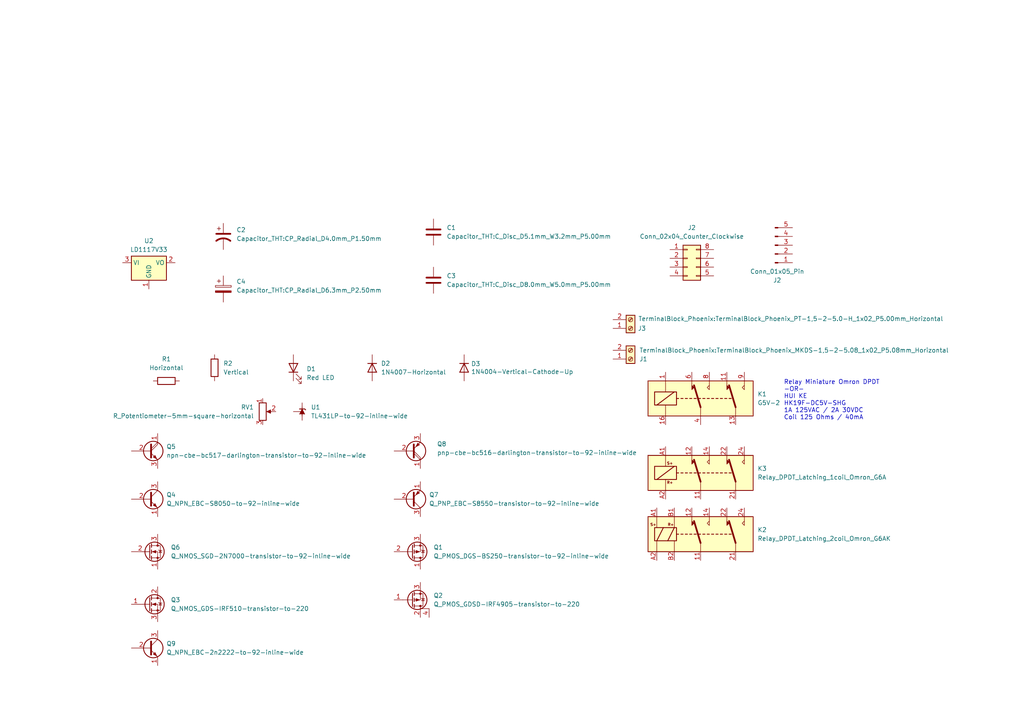
<source format=kicad_sch>
(kicad_sch
	(version 20250114)
	(generator "eeschema")
	(generator_version "9.0")
	(uuid "1ac68401-927b-40c1-9ede-0ed90ac129ec")
	(paper "A4")
	(lib_symbols
		(symbol "Connector:Conn_01x05_Pin"
			(pin_names
				(offset 1.016)
				(hide yes)
			)
			(exclude_from_sim no)
			(in_bom yes)
			(on_board yes)
			(property "Reference" "J"
				(at 0 7.62 0)
				(effects
					(font
						(size 1.27 1.27)
					)
				)
			)
			(property "Value" "Conn_01x05_Pin"
				(at 0 -7.62 0)
				(effects
					(font
						(size 1.27 1.27)
					)
				)
			)
			(property "Footprint" ""
				(at 0 0 0)
				(effects
					(font
						(size 1.27 1.27)
					)
					(hide yes)
				)
			)
			(property "Datasheet" "~"
				(at 0 0 0)
				(effects
					(font
						(size 1.27 1.27)
					)
					(hide yes)
				)
			)
			(property "Description" "Generic connector, single row, 01x05, script generated"
				(at 0 0 0)
				(effects
					(font
						(size 1.27 1.27)
					)
					(hide yes)
				)
			)
			(property "ki_locked" ""
				(at 0 0 0)
				(effects
					(font
						(size 1.27 1.27)
					)
				)
			)
			(property "ki_keywords" "connector"
				(at 0 0 0)
				(effects
					(font
						(size 1.27 1.27)
					)
					(hide yes)
				)
			)
			(property "ki_fp_filters" "Connector*:*_1x??_*"
				(at 0 0 0)
				(effects
					(font
						(size 1.27 1.27)
					)
					(hide yes)
				)
			)
			(symbol "Conn_01x05_Pin_1_1"
				(rectangle
					(start 0.8636 5.207)
					(end 0 4.953)
					(stroke
						(width 0.1524)
						(type default)
					)
					(fill
						(type outline)
					)
				)
				(rectangle
					(start 0.8636 2.667)
					(end 0 2.413)
					(stroke
						(width 0.1524)
						(type default)
					)
					(fill
						(type outline)
					)
				)
				(rectangle
					(start 0.8636 0.127)
					(end 0 -0.127)
					(stroke
						(width 0.1524)
						(type default)
					)
					(fill
						(type outline)
					)
				)
				(rectangle
					(start 0.8636 -2.413)
					(end 0 -2.667)
					(stroke
						(width 0.1524)
						(type default)
					)
					(fill
						(type outline)
					)
				)
				(rectangle
					(start 0.8636 -4.953)
					(end 0 -5.207)
					(stroke
						(width 0.1524)
						(type default)
					)
					(fill
						(type outline)
					)
				)
				(polyline
					(pts
						(xy 1.27 5.08) (xy 0.8636 5.08)
					)
					(stroke
						(width 0.1524)
						(type default)
					)
					(fill
						(type none)
					)
				)
				(polyline
					(pts
						(xy 1.27 2.54) (xy 0.8636 2.54)
					)
					(stroke
						(width 0.1524)
						(type default)
					)
					(fill
						(type none)
					)
				)
				(polyline
					(pts
						(xy 1.27 0) (xy 0.8636 0)
					)
					(stroke
						(width 0.1524)
						(type default)
					)
					(fill
						(type none)
					)
				)
				(polyline
					(pts
						(xy 1.27 -2.54) (xy 0.8636 -2.54)
					)
					(stroke
						(width 0.1524)
						(type default)
					)
					(fill
						(type none)
					)
				)
				(polyline
					(pts
						(xy 1.27 -5.08) (xy 0.8636 -5.08)
					)
					(stroke
						(width 0.1524)
						(type default)
					)
					(fill
						(type none)
					)
				)
				(pin passive line
					(at 5.08 5.08 180)
					(length 3.81)
					(name "Pin_1"
						(effects
							(font
								(size 1.27 1.27)
							)
						)
					)
					(number "1"
						(effects
							(font
								(size 1.27 1.27)
							)
						)
					)
				)
				(pin passive line
					(at 5.08 2.54 180)
					(length 3.81)
					(name "Pin_2"
						(effects
							(font
								(size 1.27 1.27)
							)
						)
					)
					(number "2"
						(effects
							(font
								(size 1.27 1.27)
							)
						)
					)
				)
				(pin passive line
					(at 5.08 0 180)
					(length 3.81)
					(name "Pin_3"
						(effects
							(font
								(size 1.27 1.27)
							)
						)
					)
					(number "3"
						(effects
							(font
								(size 1.27 1.27)
							)
						)
					)
				)
				(pin passive line
					(at 5.08 -2.54 180)
					(length 3.81)
					(name "Pin_4"
						(effects
							(font
								(size 1.27 1.27)
							)
						)
					)
					(number "4"
						(effects
							(font
								(size 1.27 1.27)
							)
						)
					)
				)
				(pin passive line
					(at 5.08 -5.08 180)
					(length 3.81)
					(name "Pin_5"
						(effects
							(font
								(size 1.27 1.27)
							)
						)
					)
					(number "5"
						(effects
							(font
								(size 1.27 1.27)
							)
						)
					)
				)
			)
			(embedded_fonts no)
		)
		(symbol "Connector:Screw_Terminal_01x02"
			(pin_names
				(offset 1.016)
				(hide yes)
			)
			(exclude_from_sim no)
			(in_bom yes)
			(on_board yes)
			(property "Reference" "J"
				(at 0 2.54 0)
				(effects
					(font
						(size 1.27 1.27)
					)
				)
			)
			(property "Value" "Screw_Terminal_01x02"
				(at 0 -5.08 0)
				(effects
					(font
						(size 1.27 1.27)
					)
				)
			)
			(property "Footprint" ""
				(at 0 0 0)
				(effects
					(font
						(size 1.27 1.27)
					)
					(hide yes)
				)
			)
			(property "Datasheet" "~"
				(at 0 0 0)
				(effects
					(font
						(size 1.27 1.27)
					)
					(hide yes)
				)
			)
			(property "Description" "Generic screw terminal, single row, 01x02, script generated (kicad-library-utils/schlib/autogen/connector/)"
				(at 0 0 0)
				(effects
					(font
						(size 1.27 1.27)
					)
					(hide yes)
				)
			)
			(property "ki_keywords" "screw terminal"
				(at 0 0 0)
				(effects
					(font
						(size 1.27 1.27)
					)
					(hide yes)
				)
			)
			(property "ki_fp_filters" "TerminalBlock*:*"
				(at 0 0 0)
				(effects
					(font
						(size 1.27 1.27)
					)
					(hide yes)
				)
			)
			(symbol "Screw_Terminal_01x02_1_1"
				(rectangle
					(start -1.27 1.27)
					(end 1.27 -3.81)
					(stroke
						(width 0.254)
						(type default)
					)
					(fill
						(type background)
					)
				)
				(polyline
					(pts
						(xy -0.5334 0.3302) (xy 0.3302 -0.508)
					)
					(stroke
						(width 0.1524)
						(type default)
					)
					(fill
						(type none)
					)
				)
				(polyline
					(pts
						(xy -0.5334 -2.2098) (xy 0.3302 -3.048)
					)
					(stroke
						(width 0.1524)
						(type default)
					)
					(fill
						(type none)
					)
				)
				(polyline
					(pts
						(xy -0.3556 0.508) (xy 0.508 -0.3302)
					)
					(stroke
						(width 0.1524)
						(type default)
					)
					(fill
						(type none)
					)
				)
				(polyline
					(pts
						(xy -0.3556 -2.032) (xy 0.508 -2.8702)
					)
					(stroke
						(width 0.1524)
						(type default)
					)
					(fill
						(type none)
					)
				)
				(circle
					(center 0 0)
					(radius 0.635)
					(stroke
						(width 0.1524)
						(type default)
					)
					(fill
						(type none)
					)
				)
				(circle
					(center 0 -2.54)
					(radius 0.635)
					(stroke
						(width 0.1524)
						(type default)
					)
					(fill
						(type none)
					)
				)
				(pin passive line
					(at -5.08 0 0)
					(length 3.81)
					(name "Pin_1"
						(effects
							(font
								(size 1.27 1.27)
							)
						)
					)
					(number "1"
						(effects
							(font
								(size 1.27 1.27)
							)
						)
					)
				)
				(pin passive line
					(at -5.08 -2.54 0)
					(length 3.81)
					(name "Pin_2"
						(effects
							(font
								(size 1.27 1.27)
							)
						)
					)
					(number "2"
						(effects
							(font
								(size 1.27 1.27)
							)
						)
					)
				)
			)
			(embedded_fonts no)
		)
		(symbol "Connector_Generic:Conn_02x04_Counter_Clockwise"
			(pin_names
				(offset 1.016)
				(hide yes)
			)
			(exclude_from_sim no)
			(in_bom yes)
			(on_board yes)
			(property "Reference" "J"
				(at 1.27 5.08 0)
				(effects
					(font
						(size 1.27 1.27)
					)
				)
			)
			(property "Value" "Conn_02x04_Counter_Clockwise"
				(at 1.27 -7.62 0)
				(effects
					(font
						(size 1.27 1.27)
					)
				)
			)
			(property "Footprint" ""
				(at 0 0 0)
				(effects
					(font
						(size 1.27 1.27)
					)
					(hide yes)
				)
			)
			(property "Datasheet" "~"
				(at 0 0 0)
				(effects
					(font
						(size 1.27 1.27)
					)
					(hide yes)
				)
			)
			(property "Description" "Generic connector, double row, 02x04, counter clockwise pin numbering scheme (similar to DIP package numbering), script generated (kicad-library-utils/schlib/autogen/connector/)"
				(at 0 0 0)
				(effects
					(font
						(size 1.27 1.27)
					)
					(hide yes)
				)
			)
			(property "ki_keywords" "connector"
				(at 0 0 0)
				(effects
					(font
						(size 1.27 1.27)
					)
					(hide yes)
				)
			)
			(property "ki_fp_filters" "Connector*:*_2x??_*"
				(at 0 0 0)
				(effects
					(font
						(size 1.27 1.27)
					)
					(hide yes)
				)
			)
			(symbol "Conn_02x04_Counter_Clockwise_1_1"
				(rectangle
					(start -1.27 3.81)
					(end 3.81 -6.35)
					(stroke
						(width 0.254)
						(type default)
					)
					(fill
						(type background)
					)
				)
				(rectangle
					(start -1.27 2.667)
					(end 0 2.413)
					(stroke
						(width 0.1524)
						(type default)
					)
					(fill
						(type none)
					)
				)
				(rectangle
					(start -1.27 0.127)
					(end 0 -0.127)
					(stroke
						(width 0.1524)
						(type default)
					)
					(fill
						(type none)
					)
				)
				(rectangle
					(start -1.27 -2.413)
					(end 0 -2.667)
					(stroke
						(width 0.1524)
						(type default)
					)
					(fill
						(type none)
					)
				)
				(rectangle
					(start -1.27 -4.953)
					(end 0 -5.207)
					(stroke
						(width 0.1524)
						(type default)
					)
					(fill
						(type none)
					)
				)
				(rectangle
					(start 3.81 2.667)
					(end 2.54 2.413)
					(stroke
						(width 0.1524)
						(type default)
					)
					(fill
						(type none)
					)
				)
				(rectangle
					(start 3.81 0.127)
					(end 2.54 -0.127)
					(stroke
						(width 0.1524)
						(type default)
					)
					(fill
						(type none)
					)
				)
				(rectangle
					(start 3.81 -2.413)
					(end 2.54 -2.667)
					(stroke
						(width 0.1524)
						(type default)
					)
					(fill
						(type none)
					)
				)
				(rectangle
					(start 3.81 -4.953)
					(end 2.54 -5.207)
					(stroke
						(width 0.1524)
						(type default)
					)
					(fill
						(type none)
					)
				)
				(pin passive line
					(at -5.08 2.54 0)
					(length 3.81)
					(name "Pin_1"
						(effects
							(font
								(size 1.27 1.27)
							)
						)
					)
					(number "1"
						(effects
							(font
								(size 1.27 1.27)
							)
						)
					)
				)
				(pin passive line
					(at -5.08 0 0)
					(length 3.81)
					(name "Pin_2"
						(effects
							(font
								(size 1.27 1.27)
							)
						)
					)
					(number "2"
						(effects
							(font
								(size 1.27 1.27)
							)
						)
					)
				)
				(pin passive line
					(at -5.08 -2.54 0)
					(length 3.81)
					(name "Pin_3"
						(effects
							(font
								(size 1.27 1.27)
							)
						)
					)
					(number "3"
						(effects
							(font
								(size 1.27 1.27)
							)
						)
					)
				)
				(pin passive line
					(at -5.08 -5.08 0)
					(length 3.81)
					(name "Pin_4"
						(effects
							(font
								(size 1.27 1.27)
							)
						)
					)
					(number "4"
						(effects
							(font
								(size 1.27 1.27)
							)
						)
					)
				)
				(pin passive line
					(at 7.62 2.54 180)
					(length 3.81)
					(name "Pin_8"
						(effects
							(font
								(size 1.27 1.27)
							)
						)
					)
					(number "8"
						(effects
							(font
								(size 1.27 1.27)
							)
						)
					)
				)
				(pin passive line
					(at 7.62 0 180)
					(length 3.81)
					(name "Pin_7"
						(effects
							(font
								(size 1.27 1.27)
							)
						)
					)
					(number "7"
						(effects
							(font
								(size 1.27 1.27)
							)
						)
					)
				)
				(pin passive line
					(at 7.62 -2.54 180)
					(length 3.81)
					(name "Pin_6"
						(effects
							(font
								(size 1.27 1.27)
							)
						)
					)
					(number "6"
						(effects
							(font
								(size 1.27 1.27)
							)
						)
					)
				)
				(pin passive line
					(at 7.62 -5.08 180)
					(length 3.81)
					(name "Pin_5"
						(effects
							(font
								(size 1.27 1.27)
							)
						)
					)
					(number "5"
						(effects
							(font
								(size 1.27 1.27)
							)
						)
					)
				)
			)
			(embedded_fonts no)
		)
		(symbol "Device:C"
			(pin_numbers
				(hide yes)
			)
			(pin_names
				(offset 0.254)
			)
			(exclude_from_sim no)
			(in_bom yes)
			(on_board yes)
			(property "Reference" "C"
				(at 0.635 2.54 0)
				(effects
					(font
						(size 1.27 1.27)
					)
					(justify left)
				)
			)
			(property "Value" "C"
				(at 0.635 -2.54 0)
				(effects
					(font
						(size 1.27 1.27)
					)
					(justify left)
				)
			)
			(property "Footprint" ""
				(at 0.9652 -3.81 0)
				(effects
					(font
						(size 1.27 1.27)
					)
					(hide yes)
				)
			)
			(property "Datasheet" "~"
				(at 0 0 0)
				(effects
					(font
						(size 1.27 1.27)
					)
					(hide yes)
				)
			)
			(property "Description" "Unpolarized capacitor"
				(at 0 0 0)
				(effects
					(font
						(size 1.27 1.27)
					)
					(hide yes)
				)
			)
			(property "ki_keywords" "cap capacitor"
				(at 0 0 0)
				(effects
					(font
						(size 1.27 1.27)
					)
					(hide yes)
				)
			)
			(property "ki_fp_filters" "C_*"
				(at 0 0 0)
				(effects
					(font
						(size 1.27 1.27)
					)
					(hide yes)
				)
			)
			(symbol "C_0_1"
				(polyline
					(pts
						(xy -2.032 0.762) (xy 2.032 0.762)
					)
					(stroke
						(width 0.508)
						(type default)
					)
					(fill
						(type none)
					)
				)
				(polyline
					(pts
						(xy -2.032 -0.762) (xy 2.032 -0.762)
					)
					(stroke
						(width 0.508)
						(type default)
					)
					(fill
						(type none)
					)
				)
			)
			(symbol "C_1_1"
				(pin passive line
					(at 0 3.81 270)
					(length 2.794)
					(name "~"
						(effects
							(font
								(size 1.27 1.27)
							)
						)
					)
					(number "1"
						(effects
							(font
								(size 1.27 1.27)
							)
						)
					)
				)
				(pin passive line
					(at 0 -3.81 90)
					(length 2.794)
					(name "~"
						(effects
							(font
								(size 1.27 1.27)
							)
						)
					)
					(number "2"
						(effects
							(font
								(size 1.27 1.27)
							)
						)
					)
				)
			)
			(embedded_fonts no)
		)
		(symbol "Device:C_Polarized"
			(pin_numbers
				(hide yes)
			)
			(pin_names
				(offset 0.254)
			)
			(exclude_from_sim no)
			(in_bom yes)
			(on_board yes)
			(property "Reference" "C"
				(at 0.635 2.54 0)
				(effects
					(font
						(size 1.27 1.27)
					)
					(justify left)
				)
			)
			(property "Value" "C_Polarized"
				(at 0.635 -2.54 0)
				(effects
					(font
						(size 1.27 1.27)
					)
					(justify left)
				)
			)
			(property "Footprint" ""
				(at 0.9652 -3.81 0)
				(effects
					(font
						(size 1.27 1.27)
					)
					(hide yes)
				)
			)
			(property "Datasheet" "~"
				(at 0 0 0)
				(effects
					(font
						(size 1.27 1.27)
					)
					(hide yes)
				)
			)
			(property "Description" "Polarized capacitor"
				(at 0 0 0)
				(effects
					(font
						(size 1.27 1.27)
					)
					(hide yes)
				)
			)
			(property "ki_keywords" "cap capacitor"
				(at 0 0 0)
				(effects
					(font
						(size 1.27 1.27)
					)
					(hide yes)
				)
			)
			(property "ki_fp_filters" "CP_*"
				(at 0 0 0)
				(effects
					(font
						(size 1.27 1.27)
					)
					(hide yes)
				)
			)
			(symbol "C_Polarized_0_1"
				(rectangle
					(start -2.286 0.508)
					(end 2.286 1.016)
					(stroke
						(width 0)
						(type default)
					)
					(fill
						(type none)
					)
				)
				(polyline
					(pts
						(xy -1.778 2.286) (xy -0.762 2.286)
					)
					(stroke
						(width 0)
						(type default)
					)
					(fill
						(type none)
					)
				)
				(polyline
					(pts
						(xy -1.27 2.794) (xy -1.27 1.778)
					)
					(stroke
						(width 0)
						(type default)
					)
					(fill
						(type none)
					)
				)
				(rectangle
					(start 2.286 -0.508)
					(end -2.286 -1.016)
					(stroke
						(width 0)
						(type default)
					)
					(fill
						(type outline)
					)
				)
			)
			(symbol "C_Polarized_1_1"
				(pin passive line
					(at 0 3.81 270)
					(length 2.794)
					(name "~"
						(effects
							(font
								(size 1.27 1.27)
							)
						)
					)
					(number "1"
						(effects
							(font
								(size 1.27 1.27)
							)
						)
					)
				)
				(pin passive line
					(at 0 -3.81 90)
					(length 2.794)
					(name "~"
						(effects
							(font
								(size 1.27 1.27)
							)
						)
					)
					(number "2"
						(effects
							(font
								(size 1.27 1.27)
							)
						)
					)
				)
			)
			(embedded_fonts no)
		)
		(symbol "Device:C_Polarized_US"
			(pin_numbers
				(hide yes)
			)
			(pin_names
				(offset 0.254)
				(hide yes)
			)
			(exclude_from_sim no)
			(in_bom yes)
			(on_board yes)
			(property "Reference" "C"
				(at 0.635 2.54 0)
				(effects
					(font
						(size 1.27 1.27)
					)
					(justify left)
				)
			)
			(property "Value" "C_Polarized_US"
				(at 0.635 -2.54 0)
				(effects
					(font
						(size 1.27 1.27)
					)
					(justify left)
				)
			)
			(property "Footprint" ""
				(at 0 0 0)
				(effects
					(font
						(size 1.27 1.27)
					)
					(hide yes)
				)
			)
			(property "Datasheet" "~"
				(at 0 0 0)
				(effects
					(font
						(size 1.27 1.27)
					)
					(hide yes)
				)
			)
			(property "Description" "Polarized capacitor, US symbol"
				(at 0 0 0)
				(effects
					(font
						(size 1.27 1.27)
					)
					(hide yes)
				)
			)
			(property "ki_keywords" "cap capacitor"
				(at 0 0 0)
				(effects
					(font
						(size 1.27 1.27)
					)
					(hide yes)
				)
			)
			(property "ki_fp_filters" "CP_*"
				(at 0 0 0)
				(effects
					(font
						(size 1.27 1.27)
					)
					(hide yes)
				)
			)
			(symbol "C_Polarized_US_0_1"
				(polyline
					(pts
						(xy -2.032 0.762) (xy 2.032 0.762)
					)
					(stroke
						(width 0.508)
						(type default)
					)
					(fill
						(type none)
					)
				)
				(polyline
					(pts
						(xy -1.778 2.286) (xy -0.762 2.286)
					)
					(stroke
						(width 0)
						(type default)
					)
					(fill
						(type none)
					)
				)
				(polyline
					(pts
						(xy -1.27 1.778) (xy -1.27 2.794)
					)
					(stroke
						(width 0)
						(type default)
					)
					(fill
						(type none)
					)
				)
				(arc
					(start -2.032 -1.27)
					(mid 0 -0.5572)
					(end 2.032 -1.27)
					(stroke
						(width 0.508)
						(type default)
					)
					(fill
						(type none)
					)
				)
			)
			(symbol "C_Polarized_US_1_1"
				(pin passive line
					(at 0 3.81 270)
					(length 2.794)
					(name "~"
						(effects
							(font
								(size 1.27 1.27)
							)
						)
					)
					(number "1"
						(effects
							(font
								(size 1.27 1.27)
							)
						)
					)
				)
				(pin passive line
					(at 0 -3.81 90)
					(length 3.302)
					(name "~"
						(effects
							(font
								(size 1.27 1.27)
							)
						)
					)
					(number "2"
						(effects
							(font
								(size 1.27 1.27)
							)
						)
					)
				)
			)
			(embedded_fonts no)
		)
		(symbol "Device:D"
			(pin_numbers
				(hide yes)
			)
			(pin_names
				(offset 1.016)
				(hide yes)
			)
			(exclude_from_sim no)
			(in_bom yes)
			(on_board yes)
			(property "Reference" "D"
				(at 0 2.54 0)
				(effects
					(font
						(size 1.27 1.27)
					)
				)
			)
			(property "Value" "D"
				(at 0 -2.54 0)
				(effects
					(font
						(size 1.27 1.27)
					)
				)
			)
			(property "Footprint" ""
				(at 0 0 0)
				(effects
					(font
						(size 1.27 1.27)
					)
					(hide yes)
				)
			)
			(property "Datasheet" "~"
				(at 0 0 0)
				(effects
					(font
						(size 1.27 1.27)
					)
					(hide yes)
				)
			)
			(property "Description" "Diode"
				(at 0 0 0)
				(effects
					(font
						(size 1.27 1.27)
					)
					(hide yes)
				)
			)
			(property "ki_keywords" "diode"
				(at 0 0 0)
				(effects
					(font
						(size 1.27 1.27)
					)
					(hide yes)
				)
			)
			(property "ki_fp_filters" "TO-???* *_Diode_* *SingleDiode* D_*"
				(at 0 0 0)
				(effects
					(font
						(size 1.27 1.27)
					)
					(hide yes)
				)
			)
			(symbol "D_0_1"
				(polyline
					(pts
						(xy -1.27 1.27) (xy -1.27 -1.27)
					)
					(stroke
						(width 0.254)
						(type default)
					)
					(fill
						(type none)
					)
				)
				(polyline
					(pts
						(xy 1.27 1.27) (xy 1.27 -1.27) (xy -1.27 0) (xy 1.27 1.27)
					)
					(stroke
						(width 0.254)
						(type default)
					)
					(fill
						(type none)
					)
				)
				(polyline
					(pts
						(xy 1.27 0) (xy -1.27 0)
					)
					(stroke
						(width 0)
						(type default)
					)
					(fill
						(type none)
					)
				)
			)
			(symbol "D_1_1"
				(pin passive line
					(at -3.81 0 0)
					(length 2.54)
					(name "K"
						(effects
							(font
								(size 1.27 1.27)
							)
						)
					)
					(number "1"
						(effects
							(font
								(size 1.27 1.27)
							)
						)
					)
				)
				(pin passive line
					(at 3.81 0 180)
					(length 2.54)
					(name "A"
						(effects
							(font
								(size 1.27 1.27)
							)
						)
					)
					(number "2"
						(effects
							(font
								(size 1.27 1.27)
							)
						)
					)
				)
			)
			(embedded_fonts no)
		)
		(symbol "Device:LED"
			(pin_numbers
				(hide yes)
			)
			(pin_names
				(offset 1.016)
				(hide yes)
			)
			(exclude_from_sim no)
			(in_bom yes)
			(on_board yes)
			(property "Reference" "D"
				(at 0 2.54 0)
				(effects
					(font
						(size 1.27 1.27)
					)
				)
			)
			(property "Value" "LED"
				(at 0 -2.54 0)
				(effects
					(font
						(size 1.27 1.27)
					)
				)
			)
			(property "Footprint" ""
				(at 0 0 0)
				(effects
					(font
						(size 1.27 1.27)
					)
					(hide yes)
				)
			)
			(property "Datasheet" "~"
				(at 0 0 0)
				(effects
					(font
						(size 1.27 1.27)
					)
					(hide yes)
				)
			)
			(property "Description" "Light emitting diode"
				(at 0 0 0)
				(effects
					(font
						(size 1.27 1.27)
					)
					(hide yes)
				)
			)
			(property "ki_keywords" "LED diode"
				(at 0 0 0)
				(effects
					(font
						(size 1.27 1.27)
					)
					(hide yes)
				)
			)
			(property "ki_fp_filters" "LED* LED_SMD:* LED_THT:*"
				(at 0 0 0)
				(effects
					(font
						(size 1.27 1.27)
					)
					(hide yes)
				)
			)
			(symbol "LED_0_1"
				(polyline
					(pts
						(xy -3.048 -0.762) (xy -4.572 -2.286) (xy -3.81 -2.286) (xy -4.572 -2.286) (xy -4.572 -1.524)
					)
					(stroke
						(width 0)
						(type default)
					)
					(fill
						(type none)
					)
				)
				(polyline
					(pts
						(xy -1.778 -0.762) (xy -3.302 -2.286) (xy -2.54 -2.286) (xy -3.302 -2.286) (xy -3.302 -1.524)
					)
					(stroke
						(width 0)
						(type default)
					)
					(fill
						(type none)
					)
				)
				(polyline
					(pts
						(xy -1.27 0) (xy 1.27 0)
					)
					(stroke
						(width 0)
						(type default)
					)
					(fill
						(type none)
					)
				)
				(polyline
					(pts
						(xy -1.27 -1.27) (xy -1.27 1.27)
					)
					(stroke
						(width 0.254)
						(type default)
					)
					(fill
						(type none)
					)
				)
				(polyline
					(pts
						(xy 1.27 -1.27) (xy 1.27 1.27) (xy -1.27 0) (xy 1.27 -1.27)
					)
					(stroke
						(width 0.254)
						(type default)
					)
					(fill
						(type none)
					)
				)
			)
			(symbol "LED_1_1"
				(pin passive line
					(at -3.81 0 0)
					(length 2.54)
					(name "K"
						(effects
							(font
								(size 1.27 1.27)
							)
						)
					)
					(number "1"
						(effects
							(font
								(size 1.27 1.27)
							)
						)
					)
				)
				(pin passive line
					(at 3.81 0 180)
					(length 2.54)
					(name "A"
						(effects
							(font
								(size 1.27 1.27)
							)
						)
					)
					(number "2"
						(effects
							(font
								(size 1.27 1.27)
							)
						)
					)
				)
			)
			(embedded_fonts no)
		)
		(symbol "Device:Q_NMOS_GDS"
			(pin_names
				(offset 0)
				(hide yes)
			)
			(exclude_from_sim no)
			(in_bom yes)
			(on_board yes)
			(property "Reference" "Q"
				(at 5.08 1.27 0)
				(effects
					(font
						(size 1.27 1.27)
					)
					(justify left)
				)
			)
			(property "Value" "Q_NMOS_GDS"
				(at 5.08 -1.27 0)
				(effects
					(font
						(size 1.27 1.27)
					)
					(justify left)
				)
			)
			(property "Footprint" ""
				(at 5.08 2.54 0)
				(effects
					(font
						(size 1.27 1.27)
					)
					(hide yes)
				)
			)
			(property "Datasheet" "~"
				(at 0 0 0)
				(effects
					(font
						(size 1.27 1.27)
					)
					(hide yes)
				)
			)
			(property "Description" "N-MOSFET transistor, gate/drain/source"
				(at 0 0 0)
				(effects
					(font
						(size 1.27 1.27)
					)
					(hide yes)
				)
			)
			(property "ki_keywords" "transistor NMOS N-MOS N-MOSFET"
				(at 0 0 0)
				(effects
					(font
						(size 1.27 1.27)
					)
					(hide yes)
				)
			)
			(symbol "Q_NMOS_GDS_0_1"
				(polyline
					(pts
						(xy 0.254 1.905) (xy 0.254 -1.905)
					)
					(stroke
						(width 0.254)
						(type default)
					)
					(fill
						(type none)
					)
				)
				(polyline
					(pts
						(xy 0.254 0) (xy -2.54 0)
					)
					(stroke
						(width 0)
						(type default)
					)
					(fill
						(type none)
					)
				)
				(polyline
					(pts
						(xy 0.762 2.286) (xy 0.762 1.27)
					)
					(stroke
						(width 0.254)
						(type default)
					)
					(fill
						(type none)
					)
				)
				(polyline
					(pts
						(xy 0.762 0.508) (xy 0.762 -0.508)
					)
					(stroke
						(width 0.254)
						(type default)
					)
					(fill
						(type none)
					)
				)
				(polyline
					(pts
						(xy 0.762 -1.27) (xy 0.762 -2.286)
					)
					(stroke
						(width 0.254)
						(type default)
					)
					(fill
						(type none)
					)
				)
				(polyline
					(pts
						(xy 0.762 -1.778) (xy 3.302 -1.778) (xy 3.302 1.778) (xy 0.762 1.778)
					)
					(stroke
						(width 0)
						(type default)
					)
					(fill
						(type none)
					)
				)
				(polyline
					(pts
						(xy 1.016 0) (xy 2.032 0.381) (xy 2.032 -0.381) (xy 1.016 0)
					)
					(stroke
						(width 0)
						(type default)
					)
					(fill
						(type outline)
					)
				)
				(circle
					(center 1.651 0)
					(radius 2.794)
					(stroke
						(width 0.254)
						(type default)
					)
					(fill
						(type none)
					)
				)
				(polyline
					(pts
						(xy 2.54 2.54) (xy 2.54 1.778)
					)
					(stroke
						(width 0)
						(type default)
					)
					(fill
						(type none)
					)
				)
				(circle
					(center 2.54 1.778)
					(radius 0.254)
					(stroke
						(width 0)
						(type default)
					)
					(fill
						(type outline)
					)
				)
				(circle
					(center 2.54 -1.778)
					(radius 0.254)
					(stroke
						(width 0)
						(type default)
					)
					(fill
						(type outline)
					)
				)
				(polyline
					(pts
						(xy 2.54 -2.54) (xy 2.54 0) (xy 0.762 0)
					)
					(stroke
						(width 0)
						(type default)
					)
					(fill
						(type none)
					)
				)
				(polyline
					(pts
						(xy 2.794 0.508) (xy 2.921 0.381) (xy 3.683 0.381) (xy 3.81 0.254)
					)
					(stroke
						(width 0)
						(type default)
					)
					(fill
						(type none)
					)
				)
				(polyline
					(pts
						(xy 3.302 0.381) (xy 2.921 -0.254) (xy 3.683 -0.254) (xy 3.302 0.381)
					)
					(stroke
						(width 0)
						(type default)
					)
					(fill
						(type none)
					)
				)
			)
			(symbol "Q_NMOS_GDS_1_1"
				(pin input line
					(at -5.08 0 0)
					(length 2.54)
					(name "G"
						(effects
							(font
								(size 1.27 1.27)
							)
						)
					)
					(number "1"
						(effects
							(font
								(size 1.27 1.27)
							)
						)
					)
				)
				(pin passive line
					(at 2.54 5.08 270)
					(length 2.54)
					(name "D"
						(effects
							(font
								(size 1.27 1.27)
							)
						)
					)
					(number "2"
						(effects
							(font
								(size 1.27 1.27)
							)
						)
					)
				)
				(pin passive line
					(at 2.54 -5.08 90)
					(length 2.54)
					(name "S"
						(effects
							(font
								(size 1.27 1.27)
							)
						)
					)
					(number "3"
						(effects
							(font
								(size 1.27 1.27)
							)
						)
					)
				)
			)
			(embedded_fonts no)
		)
		(symbol "Device:Q_NMOS_SGD"
			(pin_names
				(offset 0)
				(hide yes)
			)
			(exclude_from_sim no)
			(in_bom yes)
			(on_board yes)
			(property "Reference" "Q"
				(at 5.08 1.27 0)
				(effects
					(font
						(size 1.27 1.27)
					)
					(justify left)
				)
			)
			(property "Value" "Q_NMOS_SGD"
				(at 5.08 -1.27 0)
				(effects
					(font
						(size 1.27 1.27)
					)
					(justify left)
				)
			)
			(property "Footprint" ""
				(at 5.08 2.54 0)
				(effects
					(font
						(size 1.27 1.27)
					)
					(hide yes)
				)
			)
			(property "Datasheet" "~"
				(at 0 0 0)
				(effects
					(font
						(size 1.27 1.27)
					)
					(hide yes)
				)
			)
			(property "Description" "N-MOSFET transistor, source/gate/drain"
				(at 0 0 0)
				(effects
					(font
						(size 1.27 1.27)
					)
					(hide yes)
				)
			)
			(property "ki_keywords" "transistor NMOS N-MOS N-MOSFET"
				(at 0 0 0)
				(effects
					(font
						(size 1.27 1.27)
					)
					(hide yes)
				)
			)
			(symbol "Q_NMOS_SGD_0_1"
				(polyline
					(pts
						(xy 0.254 1.905) (xy 0.254 -1.905)
					)
					(stroke
						(width 0.254)
						(type default)
					)
					(fill
						(type none)
					)
				)
				(polyline
					(pts
						(xy 0.254 0) (xy -2.54 0)
					)
					(stroke
						(width 0)
						(type default)
					)
					(fill
						(type none)
					)
				)
				(polyline
					(pts
						(xy 0.762 2.286) (xy 0.762 1.27)
					)
					(stroke
						(width 0.254)
						(type default)
					)
					(fill
						(type none)
					)
				)
				(polyline
					(pts
						(xy 0.762 0.508) (xy 0.762 -0.508)
					)
					(stroke
						(width 0.254)
						(type default)
					)
					(fill
						(type none)
					)
				)
				(polyline
					(pts
						(xy 0.762 -1.27) (xy 0.762 -2.286)
					)
					(stroke
						(width 0.254)
						(type default)
					)
					(fill
						(type none)
					)
				)
				(polyline
					(pts
						(xy 0.762 -1.778) (xy 3.302 -1.778) (xy 3.302 1.778) (xy 0.762 1.778)
					)
					(stroke
						(width 0)
						(type default)
					)
					(fill
						(type none)
					)
				)
				(polyline
					(pts
						(xy 1.016 0) (xy 2.032 0.381) (xy 2.032 -0.381) (xy 1.016 0)
					)
					(stroke
						(width 0)
						(type default)
					)
					(fill
						(type outline)
					)
				)
				(circle
					(center 1.651 0)
					(radius 2.794)
					(stroke
						(width 0.254)
						(type default)
					)
					(fill
						(type none)
					)
				)
				(polyline
					(pts
						(xy 2.54 2.54) (xy 2.54 1.778)
					)
					(stroke
						(width 0)
						(type default)
					)
					(fill
						(type none)
					)
				)
				(circle
					(center 2.54 1.778)
					(radius 0.254)
					(stroke
						(width 0)
						(type default)
					)
					(fill
						(type outline)
					)
				)
				(circle
					(center 2.54 -1.778)
					(radius 0.254)
					(stroke
						(width 0)
						(type default)
					)
					(fill
						(type outline)
					)
				)
				(polyline
					(pts
						(xy 2.54 -2.54) (xy 2.54 0) (xy 0.762 0)
					)
					(stroke
						(width 0)
						(type default)
					)
					(fill
						(type none)
					)
				)
				(polyline
					(pts
						(xy 2.794 0.508) (xy 2.921 0.381) (xy 3.683 0.381) (xy 3.81 0.254)
					)
					(stroke
						(width 0)
						(type default)
					)
					(fill
						(type none)
					)
				)
				(polyline
					(pts
						(xy 3.302 0.381) (xy 2.921 -0.254) (xy 3.683 -0.254) (xy 3.302 0.381)
					)
					(stroke
						(width 0)
						(type default)
					)
					(fill
						(type none)
					)
				)
			)
			(symbol "Q_NMOS_SGD_1_1"
				(pin input line
					(at -5.08 0 0)
					(length 5.08)
					(name "G"
						(effects
							(font
								(size 1.27 1.27)
							)
						)
					)
					(number "2"
						(effects
							(font
								(size 1.27 1.27)
							)
						)
					)
				)
				(pin passive line
					(at 2.54 5.08 270)
					(length 2.54)
					(name "D"
						(effects
							(font
								(size 1.27 1.27)
							)
						)
					)
					(number "3"
						(effects
							(font
								(size 1.27 1.27)
							)
						)
					)
				)
				(pin passive line
					(at 2.54 -5.08 90)
					(length 2.54)
					(name "S"
						(effects
							(font
								(size 1.27 1.27)
							)
						)
					)
					(number "1"
						(effects
							(font
								(size 1.27 1.27)
							)
						)
					)
				)
			)
			(embedded_fonts no)
		)
		(symbol "Device:Q_NPN_EBC"
			(pin_names
				(offset 0)
				(hide yes)
			)
			(exclude_from_sim no)
			(in_bom yes)
			(on_board yes)
			(property "Reference" "Q"
				(at 5.08 1.27 0)
				(effects
					(font
						(size 1.27 1.27)
					)
					(justify left)
				)
			)
			(property "Value" "Q_NPN_EBC"
				(at 5.08 -1.27 0)
				(effects
					(font
						(size 1.27 1.27)
					)
					(justify left)
				)
			)
			(property "Footprint" ""
				(at 5.08 2.54 0)
				(effects
					(font
						(size 1.27 1.27)
					)
					(hide yes)
				)
			)
			(property "Datasheet" "~"
				(at 0 0 0)
				(effects
					(font
						(size 1.27 1.27)
					)
					(hide yes)
				)
			)
			(property "Description" "NPN transistor, emitter/base/collector"
				(at 0 0 0)
				(effects
					(font
						(size 1.27 1.27)
					)
					(hide yes)
				)
			)
			(property "ki_keywords" "transistor NPN"
				(at 0 0 0)
				(effects
					(font
						(size 1.27 1.27)
					)
					(hide yes)
				)
			)
			(symbol "Q_NPN_EBC_0_1"
				(polyline
					(pts
						(xy 0.635 1.905) (xy 0.635 -1.905) (xy 0.635 -1.905)
					)
					(stroke
						(width 0.508)
						(type default)
					)
					(fill
						(type none)
					)
				)
				(polyline
					(pts
						(xy 0.635 0.635) (xy 2.54 2.54)
					)
					(stroke
						(width 0)
						(type default)
					)
					(fill
						(type none)
					)
				)
				(polyline
					(pts
						(xy 0.635 -0.635) (xy 2.54 -2.54) (xy 2.54 -2.54)
					)
					(stroke
						(width 0)
						(type default)
					)
					(fill
						(type none)
					)
				)
				(circle
					(center 1.27 0)
					(radius 2.8194)
					(stroke
						(width 0.254)
						(type default)
					)
					(fill
						(type none)
					)
				)
				(polyline
					(pts
						(xy 1.27 -1.778) (xy 1.778 -1.27) (xy 2.286 -2.286) (xy 1.27 -1.778) (xy 1.27 -1.778)
					)
					(stroke
						(width 0)
						(type default)
					)
					(fill
						(type outline)
					)
				)
			)
			(symbol "Q_NPN_EBC_1_1"
				(pin passive line
					(at -5.08 0 0)
					(length 5.715)
					(name "B"
						(effects
							(font
								(size 1.27 1.27)
							)
						)
					)
					(number "2"
						(effects
							(font
								(size 1.27 1.27)
							)
						)
					)
				)
				(pin passive line
					(at 2.54 5.08 270)
					(length 2.54)
					(name "C"
						(effects
							(font
								(size 1.27 1.27)
							)
						)
					)
					(number "3"
						(effects
							(font
								(size 1.27 1.27)
							)
						)
					)
				)
				(pin passive line
					(at 2.54 -5.08 90)
					(length 2.54)
					(name "E"
						(effects
							(font
								(size 1.27 1.27)
							)
						)
					)
					(number "1"
						(effects
							(font
								(size 1.27 1.27)
							)
						)
					)
				)
			)
			(embedded_fonts no)
		)
		(symbol "Device:Q_PMOS_DGS"
			(pin_names
				(offset 0)
				(hide yes)
			)
			(exclude_from_sim no)
			(in_bom yes)
			(on_board yes)
			(property "Reference" "Q"
				(at 5.08 1.27 0)
				(effects
					(font
						(size 1.27 1.27)
					)
					(justify left)
				)
			)
			(property "Value" "Q_PMOS_DGS"
				(at 5.08 -1.27 0)
				(effects
					(font
						(size 1.27 1.27)
					)
					(justify left)
				)
			)
			(property "Footprint" ""
				(at 5.08 2.54 0)
				(effects
					(font
						(size 1.27 1.27)
					)
					(hide yes)
				)
			)
			(property "Datasheet" "~"
				(at 0 0 0)
				(effects
					(font
						(size 1.27 1.27)
					)
					(hide yes)
				)
			)
			(property "Description" "P-MOSFET transistor, drain/gate/source"
				(at 0 0 0)
				(effects
					(font
						(size 1.27 1.27)
					)
					(hide yes)
				)
			)
			(property "ki_keywords" "transistor PMOS P-MOS P-MOSFET"
				(at 0 0 0)
				(effects
					(font
						(size 1.27 1.27)
					)
					(hide yes)
				)
			)
			(symbol "Q_PMOS_DGS_0_1"
				(polyline
					(pts
						(xy 0.254 1.905) (xy 0.254 -1.905)
					)
					(stroke
						(width 0.254)
						(type default)
					)
					(fill
						(type none)
					)
				)
				(polyline
					(pts
						(xy 0.254 0) (xy -2.54 0)
					)
					(stroke
						(width 0)
						(type default)
					)
					(fill
						(type none)
					)
				)
				(polyline
					(pts
						(xy 0.762 2.286) (xy 0.762 1.27)
					)
					(stroke
						(width 0.254)
						(type default)
					)
					(fill
						(type none)
					)
				)
				(polyline
					(pts
						(xy 0.762 1.778) (xy 3.302 1.778) (xy 3.302 -1.778) (xy 0.762 -1.778)
					)
					(stroke
						(width 0)
						(type default)
					)
					(fill
						(type none)
					)
				)
				(polyline
					(pts
						(xy 0.762 0.508) (xy 0.762 -0.508)
					)
					(stroke
						(width 0.254)
						(type default)
					)
					(fill
						(type none)
					)
				)
				(polyline
					(pts
						(xy 0.762 -1.27) (xy 0.762 -2.286)
					)
					(stroke
						(width 0.254)
						(type default)
					)
					(fill
						(type none)
					)
				)
				(circle
					(center 1.651 0)
					(radius 2.794)
					(stroke
						(width 0.254)
						(type default)
					)
					(fill
						(type none)
					)
				)
				(polyline
					(pts
						(xy 2.286 0) (xy 1.27 0.381) (xy 1.27 -0.381) (xy 2.286 0)
					)
					(stroke
						(width 0)
						(type default)
					)
					(fill
						(type outline)
					)
				)
				(polyline
					(pts
						(xy 2.54 2.54) (xy 2.54 1.778)
					)
					(stroke
						(width 0)
						(type default)
					)
					(fill
						(type none)
					)
				)
				(circle
					(center 2.54 1.778)
					(radius 0.254)
					(stroke
						(width 0)
						(type default)
					)
					(fill
						(type outline)
					)
				)
				(circle
					(center 2.54 -1.778)
					(radius 0.254)
					(stroke
						(width 0)
						(type default)
					)
					(fill
						(type outline)
					)
				)
				(polyline
					(pts
						(xy 2.54 -2.54) (xy 2.54 0) (xy 0.762 0)
					)
					(stroke
						(width 0)
						(type default)
					)
					(fill
						(type none)
					)
				)
				(polyline
					(pts
						(xy 2.794 -0.508) (xy 2.921 -0.381) (xy 3.683 -0.381) (xy 3.81 -0.254)
					)
					(stroke
						(width 0)
						(type default)
					)
					(fill
						(type none)
					)
				)
				(polyline
					(pts
						(xy 3.302 -0.381) (xy 2.921 0.254) (xy 3.683 0.254) (xy 3.302 -0.381)
					)
					(stroke
						(width 0)
						(type default)
					)
					(fill
						(type none)
					)
				)
			)
			(symbol "Q_PMOS_DGS_1_1"
				(pin input line
					(at -5.08 0 0)
					(length 2.54)
					(name "G"
						(effects
							(font
								(size 1.27 1.27)
							)
						)
					)
					(number "2"
						(effects
							(font
								(size 1.27 1.27)
							)
						)
					)
				)
				(pin passive line
					(at 2.54 5.08 270)
					(length 2.54)
					(name "D"
						(effects
							(font
								(size 1.27 1.27)
							)
						)
					)
					(number "1"
						(effects
							(font
								(size 1.27 1.27)
							)
						)
					)
				)
				(pin passive line
					(at 2.54 -5.08 90)
					(length 2.54)
					(name "S"
						(effects
							(font
								(size 1.27 1.27)
							)
						)
					)
					(number "3"
						(effects
							(font
								(size 1.27 1.27)
							)
						)
					)
				)
			)
			(embedded_fonts no)
		)
		(symbol "Device:Q_PMOS_GDSD"
			(pin_names
				(offset 0)
				(hide yes)
			)
			(exclude_from_sim no)
			(in_bom yes)
			(on_board yes)
			(property "Reference" "Q"
				(at 5.08 1.27 0)
				(effects
					(font
						(size 1.27 1.27)
					)
					(justify left)
				)
			)
			(property "Value" "Q_PMOS_GDSD"
				(at 5.08 -1.27 0)
				(effects
					(font
						(size 1.27 1.27)
					)
					(justify left)
				)
			)
			(property "Footprint" ""
				(at 5.08 2.54 0)
				(effects
					(font
						(size 1.27 1.27)
					)
					(hide yes)
				)
			)
			(property "Datasheet" "~"
				(at 0 0 0)
				(effects
					(font
						(size 1.27 1.27)
					)
					(hide yes)
				)
			)
			(property "Description" "P-MOSFET transistor, gate/drain/source, drain connected to mounting plane"
				(at 0 0 0)
				(effects
					(font
						(size 1.27 1.27)
					)
					(hide yes)
				)
			)
			(property "ki_keywords" "transistor PMOS P-MOS P-MOSFET"
				(at 0 0 0)
				(effects
					(font
						(size 1.27 1.27)
					)
					(hide yes)
				)
			)
			(symbol "Q_PMOS_GDSD_0_1"
				(polyline
					(pts
						(xy 0.254 1.905) (xy 0.254 -1.905)
					)
					(stroke
						(width 0.254)
						(type default)
					)
					(fill
						(type none)
					)
				)
				(polyline
					(pts
						(xy 0.254 0) (xy -2.54 0)
					)
					(stroke
						(width 0)
						(type default)
					)
					(fill
						(type none)
					)
				)
				(polyline
					(pts
						(xy 0.762 2.286) (xy 0.762 1.27)
					)
					(stroke
						(width 0.254)
						(type default)
					)
					(fill
						(type none)
					)
				)
				(polyline
					(pts
						(xy 0.762 1.778) (xy 3.302 1.778) (xy 3.302 -1.778) (xy 0.762 -1.778)
					)
					(stroke
						(width 0)
						(type default)
					)
					(fill
						(type none)
					)
				)
				(polyline
					(pts
						(xy 0.762 0.508) (xy 0.762 -0.508)
					)
					(stroke
						(width 0.254)
						(type default)
					)
					(fill
						(type none)
					)
				)
				(polyline
					(pts
						(xy 0.762 -1.27) (xy 0.762 -2.286)
					)
					(stroke
						(width 0.254)
						(type default)
					)
					(fill
						(type none)
					)
				)
				(circle
					(center 1.651 0)
					(radius 2.794)
					(stroke
						(width 0.254)
						(type default)
					)
					(fill
						(type none)
					)
				)
				(polyline
					(pts
						(xy 2.286 0) (xy 1.27 0.381) (xy 1.27 -0.381) (xy 2.286 0)
					)
					(stroke
						(width 0)
						(type default)
					)
					(fill
						(type outline)
					)
				)
				(circle
					(center 2.54 1.778)
					(radius 0.254)
					(stroke
						(width 0)
						(type default)
					)
					(fill
						(type outline)
					)
				)
				(circle
					(center 2.54 -1.778)
					(radius 0.254)
					(stroke
						(width 0)
						(type default)
					)
					(fill
						(type outline)
					)
				)
				(polyline
					(pts
						(xy 2.54 -2.54) (xy 2.54 0) (xy 0.762 0)
					)
					(stroke
						(width 0)
						(type default)
					)
					(fill
						(type none)
					)
				)
				(polyline
					(pts
						(xy 2.794 -0.508) (xy 2.921 -0.381) (xy 3.683 -0.381) (xy 3.81 -0.254)
					)
					(stroke
						(width 0)
						(type default)
					)
					(fill
						(type none)
					)
				)
				(polyline
					(pts
						(xy 3.302 -0.381) (xy 2.921 0.254) (xy 3.683 0.254) (xy 3.302 -0.381)
					)
					(stroke
						(width 0)
						(type default)
					)
					(fill
						(type none)
					)
				)
				(polyline
					(pts
						(xy 5.08 2.54) (xy 2.54 2.54) (xy 2.54 1.778)
					)
					(stroke
						(width 0)
						(type default)
					)
					(fill
						(type none)
					)
				)
			)
			(symbol "Q_PMOS_GDSD_1_1"
				(pin input line
					(at -5.08 0 0)
					(length 2.54)
					(name "G"
						(effects
							(font
								(size 1.27 1.27)
							)
						)
					)
					(number "1"
						(effects
							(font
								(size 1.27 1.27)
							)
						)
					)
				)
				(pin passive line
					(at 2.54 5.08 270)
					(length 2.54)
					(name "D"
						(effects
							(font
								(size 1.27 1.27)
							)
						)
					)
					(number "2"
						(effects
							(font
								(size 1.27 1.27)
							)
						)
					)
				)
				(pin passive line
					(at 2.54 -5.08 90)
					(length 2.54)
					(name "S"
						(effects
							(font
								(size 1.27 1.27)
							)
						)
					)
					(number "3"
						(effects
							(font
								(size 1.27 1.27)
							)
						)
					)
				)
				(pin passive line
					(at 5.08 5.08 270)
					(length 2.54)
					(name "D"
						(effects
							(font
								(size 1.27 1.27)
							)
						)
					)
					(number "4"
						(effects
							(font
								(size 1.27 1.27)
							)
						)
					)
				)
			)
			(embedded_fonts no)
		)
		(symbol "Device:Q_PNP_EBC"
			(pin_names
				(offset 0)
				(hide yes)
			)
			(exclude_from_sim no)
			(in_bom yes)
			(on_board yes)
			(property "Reference" "Q"
				(at 5.08 1.27 0)
				(effects
					(font
						(size 1.27 1.27)
					)
					(justify left)
				)
			)
			(property "Value" "Q_PNP_EBC"
				(at 5.08 -1.27 0)
				(effects
					(font
						(size 1.27 1.27)
					)
					(justify left)
				)
			)
			(property "Footprint" ""
				(at 5.08 2.54 0)
				(effects
					(font
						(size 1.27 1.27)
					)
					(hide yes)
				)
			)
			(property "Datasheet" "~"
				(at 0 0 0)
				(effects
					(font
						(size 1.27 1.27)
					)
					(hide yes)
				)
			)
			(property "Description" "PNP transistor, emitter/base/collector"
				(at 0 0 0)
				(effects
					(font
						(size 1.27 1.27)
					)
					(hide yes)
				)
			)
			(property "ki_keywords" "transistor PNP"
				(at 0 0 0)
				(effects
					(font
						(size 1.27 1.27)
					)
					(hide yes)
				)
			)
			(symbol "Q_PNP_EBC_0_1"
				(polyline
					(pts
						(xy 0.635 1.905) (xy 0.635 -1.905) (xy 0.635 -1.905)
					)
					(stroke
						(width 0.508)
						(type default)
					)
					(fill
						(type none)
					)
				)
				(polyline
					(pts
						(xy 0.635 0.635) (xy 2.54 2.54)
					)
					(stroke
						(width 0)
						(type default)
					)
					(fill
						(type none)
					)
				)
				(polyline
					(pts
						(xy 0.635 -0.635) (xy 2.54 -2.54) (xy 2.54 -2.54)
					)
					(stroke
						(width 0)
						(type default)
					)
					(fill
						(type none)
					)
				)
				(circle
					(center 1.27 0)
					(radius 2.8194)
					(stroke
						(width 0.254)
						(type default)
					)
					(fill
						(type none)
					)
				)
				(polyline
					(pts
						(xy 2.286 -1.778) (xy 1.778 -2.286) (xy 1.27 -1.27) (xy 2.286 -1.778) (xy 2.286 -1.778)
					)
					(stroke
						(width 0)
						(type default)
					)
					(fill
						(type outline)
					)
				)
			)
			(symbol "Q_PNP_EBC_1_1"
				(pin input line
					(at -5.08 0 0)
					(length 5.715)
					(name "B"
						(effects
							(font
								(size 1.27 1.27)
							)
						)
					)
					(number "2"
						(effects
							(font
								(size 1.27 1.27)
							)
						)
					)
				)
				(pin passive line
					(at 2.54 5.08 270)
					(length 2.54)
					(name "C"
						(effects
							(font
								(size 1.27 1.27)
							)
						)
					)
					(number "3"
						(effects
							(font
								(size 1.27 1.27)
							)
						)
					)
				)
				(pin passive line
					(at 2.54 -5.08 90)
					(length 2.54)
					(name "E"
						(effects
							(font
								(size 1.27 1.27)
							)
						)
					)
					(number "1"
						(effects
							(font
								(size 1.27 1.27)
							)
						)
					)
				)
			)
			(embedded_fonts no)
		)
		(symbol "Device:R"
			(pin_numbers
				(hide yes)
			)
			(pin_names
				(offset 0)
			)
			(exclude_from_sim no)
			(in_bom yes)
			(on_board yes)
			(property "Reference" "R"
				(at 2.032 0 90)
				(effects
					(font
						(size 1.27 1.27)
					)
				)
			)
			(property "Value" "R"
				(at 0 0 90)
				(effects
					(font
						(size 1.27 1.27)
					)
				)
			)
			(property "Footprint" ""
				(at -1.778 0 90)
				(effects
					(font
						(size 1.27 1.27)
					)
					(hide yes)
				)
			)
			(property "Datasheet" "~"
				(at 0 0 0)
				(effects
					(font
						(size 1.27 1.27)
					)
					(hide yes)
				)
			)
			(property "Description" "Resistor"
				(at 0 0 0)
				(effects
					(font
						(size 1.27 1.27)
					)
					(hide yes)
				)
			)
			(property "ki_keywords" "R res resistor"
				(at 0 0 0)
				(effects
					(font
						(size 1.27 1.27)
					)
					(hide yes)
				)
			)
			(property "ki_fp_filters" "R_*"
				(at 0 0 0)
				(effects
					(font
						(size 1.27 1.27)
					)
					(hide yes)
				)
			)
			(symbol "R_0_1"
				(rectangle
					(start -1.016 -2.54)
					(end 1.016 2.54)
					(stroke
						(width 0.254)
						(type default)
					)
					(fill
						(type none)
					)
				)
			)
			(symbol "R_1_1"
				(pin passive line
					(at 0 3.81 270)
					(length 1.27)
					(name "~"
						(effects
							(font
								(size 1.27 1.27)
							)
						)
					)
					(number "1"
						(effects
							(font
								(size 1.27 1.27)
							)
						)
					)
				)
				(pin passive line
					(at 0 -3.81 90)
					(length 1.27)
					(name "~"
						(effects
							(font
								(size 1.27 1.27)
							)
						)
					)
					(number "2"
						(effects
							(font
								(size 1.27 1.27)
							)
						)
					)
				)
			)
			(embedded_fonts no)
		)
		(symbol "Device:R_Potentiometer"
			(pin_names
				(offset 1.016)
				(hide yes)
			)
			(exclude_from_sim no)
			(in_bom yes)
			(on_board yes)
			(property "Reference" "RV"
				(at -4.445 0 90)
				(effects
					(font
						(size 1.27 1.27)
					)
				)
			)
			(property "Value" "R_Potentiometer"
				(at -2.54 0 90)
				(effects
					(font
						(size 1.27 1.27)
					)
				)
			)
			(property "Footprint" ""
				(at 0 0 0)
				(effects
					(font
						(size 1.27 1.27)
					)
					(hide yes)
				)
			)
			(property "Datasheet" "~"
				(at 0 0 0)
				(effects
					(font
						(size 1.27 1.27)
					)
					(hide yes)
				)
			)
			(property "Description" "Potentiometer"
				(at 0 0 0)
				(effects
					(font
						(size 1.27 1.27)
					)
					(hide yes)
				)
			)
			(property "ki_keywords" "resistor variable"
				(at 0 0 0)
				(effects
					(font
						(size 1.27 1.27)
					)
					(hide yes)
				)
			)
			(property "ki_fp_filters" "Potentiometer*"
				(at 0 0 0)
				(effects
					(font
						(size 1.27 1.27)
					)
					(hide yes)
				)
			)
			(symbol "R_Potentiometer_0_1"
				(rectangle
					(start 1.016 2.54)
					(end -1.016 -2.54)
					(stroke
						(width 0.254)
						(type default)
					)
					(fill
						(type none)
					)
				)
				(polyline
					(pts
						(xy 1.143 0) (xy 2.286 0.508) (xy 2.286 -0.508) (xy 1.143 0)
					)
					(stroke
						(width 0)
						(type default)
					)
					(fill
						(type outline)
					)
				)
				(polyline
					(pts
						(xy 2.54 0) (xy 1.524 0)
					)
					(stroke
						(width 0)
						(type default)
					)
					(fill
						(type none)
					)
				)
			)
			(symbol "R_Potentiometer_1_1"
				(pin passive line
					(at 0 3.81 270)
					(length 1.27)
					(name "1"
						(effects
							(font
								(size 1.27 1.27)
							)
						)
					)
					(number "1"
						(effects
							(font
								(size 1.27 1.27)
							)
						)
					)
				)
				(pin passive line
					(at 0 -3.81 90)
					(length 1.27)
					(name "3"
						(effects
							(font
								(size 1.27 1.27)
							)
						)
					)
					(number "3"
						(effects
							(font
								(size 1.27 1.27)
							)
						)
					)
				)
				(pin passive line
					(at 3.81 0 180)
					(length 1.27)
					(name "2"
						(effects
							(font
								(size 1.27 1.27)
							)
						)
					)
					(number "2"
						(effects
							(font
								(size 1.27 1.27)
							)
						)
					)
				)
			)
			(embedded_fonts no)
		)
		(symbol "Diode:1N4004"
			(pin_numbers
				(hide yes)
			)
			(pin_names
				(hide yes)
			)
			(exclude_from_sim no)
			(in_bom yes)
			(on_board yes)
			(property "Reference" "D"
				(at 0 2.54 0)
				(effects
					(font
						(size 1.27 1.27)
					)
				)
			)
			(property "Value" "1N4004"
				(at 0 -2.54 0)
				(effects
					(font
						(size 1.27 1.27)
					)
				)
			)
			(property "Footprint" "Diode_THT:D_DO-41_SOD81_P10.16mm_Horizontal"
				(at 0 -4.445 0)
				(effects
					(font
						(size 1.27 1.27)
					)
					(hide yes)
				)
			)
			(property "Datasheet" "http://www.vishay.com/docs/88503/1n4001.pdf"
				(at 0 0 0)
				(effects
					(font
						(size 1.27 1.27)
					)
					(hide yes)
				)
			)
			(property "Description" "400V 1A General Purpose Rectifier Diode, DO-41"
				(at 0 0 0)
				(effects
					(font
						(size 1.27 1.27)
					)
					(hide yes)
				)
			)
			(property "Sim.Device" "D"
				(at 0 0 0)
				(effects
					(font
						(size 1.27 1.27)
					)
					(hide yes)
				)
			)
			(property "Sim.Pins" "1=K 2=A"
				(at 0 0 0)
				(effects
					(font
						(size 1.27 1.27)
					)
					(hide yes)
				)
			)
			(property "ki_keywords" "diode"
				(at 0 0 0)
				(effects
					(font
						(size 1.27 1.27)
					)
					(hide yes)
				)
			)
			(property "ki_fp_filters" "D*DO?41*"
				(at 0 0 0)
				(effects
					(font
						(size 1.27 1.27)
					)
					(hide yes)
				)
			)
			(symbol "1N4004_0_1"
				(polyline
					(pts
						(xy -1.27 1.27) (xy -1.27 -1.27)
					)
					(stroke
						(width 0.254)
						(type default)
					)
					(fill
						(type none)
					)
				)
				(polyline
					(pts
						(xy 1.27 1.27) (xy 1.27 -1.27) (xy -1.27 0) (xy 1.27 1.27)
					)
					(stroke
						(width 0.254)
						(type default)
					)
					(fill
						(type none)
					)
				)
				(polyline
					(pts
						(xy 1.27 0) (xy -1.27 0)
					)
					(stroke
						(width 0)
						(type default)
					)
					(fill
						(type none)
					)
				)
			)
			(symbol "1N4004_1_1"
				(pin passive line
					(at -3.81 0 0)
					(length 2.54)
					(name "K"
						(effects
							(font
								(size 1.27 1.27)
							)
						)
					)
					(number "1"
						(effects
							(font
								(size 1.27 1.27)
							)
						)
					)
				)
				(pin passive line
					(at 3.81 0 180)
					(length 2.54)
					(name "A"
						(effects
							(font
								(size 1.27 1.27)
							)
						)
					)
					(number "2"
						(effects
							(font
								(size 1.27 1.27)
							)
						)
					)
				)
			)
			(embedded_fonts no)
		)
		(symbol "Reference_Voltage:TL431LP"
			(pin_numbers
				(hide yes)
			)
			(pin_names
				(hide yes)
			)
			(exclude_from_sim no)
			(in_bom yes)
			(on_board yes)
			(property "Reference" "U"
				(at -2.54 2.54 0)
				(effects
					(font
						(size 1.27 1.27)
					)
				)
			)
			(property "Value" "TL431LP"
				(at 0 -2.54 0)
				(effects
					(font
						(size 1.27 1.27)
					)
				)
			)
			(property "Footprint" "Package_TO_SOT_THT:TO-92_Inline"
				(at 0 -3.81 0)
				(effects
					(font
						(size 1.27 1.27)
						(italic yes)
					)
					(hide yes)
				)
			)
			(property "Datasheet" "http://www.ti.com/lit/ds/symlink/tl431.pdf"
				(at 0 0 0)
				(effects
					(font
						(size 1.27 1.27)
						(italic yes)
					)
					(hide yes)
				)
			)
			(property "Description" "Shunt Regulator, TO-92"
				(at 0 0 0)
				(effects
					(font
						(size 1.27 1.27)
					)
					(hide yes)
				)
			)
			(property "ki_keywords" "diode device regulator shunt"
				(at 0 0 0)
				(effects
					(font
						(size 1.27 1.27)
					)
					(hide yes)
				)
			)
			(property "ki_fp_filters" "TO*92*"
				(at 0 0 0)
				(effects
					(font
						(size 1.27 1.27)
					)
					(hide yes)
				)
			)
			(symbol "TL431LP_0_1"
				(polyline
					(pts
						(xy -1.27 0) (xy 0 0) (xy 1.27 0)
					)
					(stroke
						(width 0)
						(type default)
					)
					(fill
						(type none)
					)
				)
				(polyline
					(pts
						(xy -0.762 0.762) (xy 0.762 0) (xy -0.762 -0.762)
					)
					(stroke
						(width 0)
						(type default)
					)
					(fill
						(type outline)
					)
				)
				(polyline
					(pts
						(xy 0.508 -1.016) (xy 0.762 -0.762) (xy 0.762 0.762) (xy 0.762 0.762)
					)
					(stroke
						(width 0.254)
						(type default)
					)
					(fill
						(type none)
					)
				)
			)
			(symbol "TL431LP_1_1"
				(pin passive line
					(at -2.54 0 0)
					(length 2.54)
					(name "A"
						(effects
							(font
								(size 1.27 1.27)
							)
						)
					)
					(number "2"
						(effects
							(font
								(size 1.27 1.27)
							)
						)
					)
				)
				(pin passive line
					(at 0 2.54 270)
					(length 2.54)
					(name "REF"
						(effects
							(font
								(size 1.27 1.27)
							)
						)
					)
					(number "1"
						(effects
							(font
								(size 1.27 1.27)
							)
						)
					)
				)
				(pin passive line
					(at 2.54 0 180)
					(length 2.54)
					(name "K"
						(effects
							(font
								(size 1.27 1.27)
							)
						)
					)
					(number "3"
						(effects
							(font
								(size 1.27 1.27)
							)
						)
					)
				)
			)
			(embedded_fonts no)
		)
		(symbol "Regulator_Linear:LD1117V33"
			(exclude_from_sim no)
			(in_bom yes)
			(on_board yes)
			(property "Reference" "U"
				(at -3.81 3.175 0)
				(effects
					(font
						(size 1.27 1.27)
					)
				)
			)
			(property "Value" "LD1117V33"
				(at 0 3.175 0)
				(effects
					(font
						(size 1.27 1.27)
					)
					(justify left)
				)
			)
			(property "Footprint" "Package_TO_SOT_THT:TO-220-3_Vertical"
				(at 0 5.08 0)
				(effects
					(font
						(size 1.27 1.27)
					)
					(hide yes)
				)
			)
			(property "Datasheet" "https://www.st.com/resource/en/datasheet/ld1117.pdf"
				(at 2.54 -6.35 0)
				(effects
					(font
						(size 1.27 1.27)
					)
					(hide yes)
				)
			)
			(property "Description" "800 mA Fixed Low Drop Positive Voltage Regulator (ldo). Max input 15V. Fixed Output 3.3V. TO-220-3"
				(at 0 0 0)
				(effects
					(font
						(size 1.27 1.27)
					)
					(hide yes)
				)
			)
			(property "ki_keywords" "low-dropout-regulator ldo"
				(at 0 0 0)
				(effects
					(font
						(size 1.27 1.27)
					)
					(hide yes)
				)
			)
			(property "ki_fp_filters" "*TO?220*"
				(at 0 0 0)
				(effects
					(font
						(size 1.27 1.27)
					)
					(hide yes)
				)
			)
			(symbol "LD1117V33_0_1"
				(rectangle
					(start -5.08 -5.08)
					(end 5.08 1.905)
					(stroke
						(width 0.254)
						(type default)
					)
					(fill
						(type background)
					)
				)
			)
			(symbol "LD1117V33_1_1"
				(pin power_in line
					(at -7.62 0 0)
					(length 2.54)
					(name "VI"
						(effects
							(font
								(size 1.27 1.27)
							)
						)
					)
					(number "3"
						(effects
							(font
								(size 1.27 1.27)
							)
						)
					)
				)
				(pin power_in line
					(at 0 -7.62 90)
					(length 2.54)
					(name "GND"
						(effects
							(font
								(size 1.27 1.27)
							)
						)
					)
					(number "1"
						(effects
							(font
								(size 1.27 1.27)
							)
						)
					)
				)
				(pin power_out line
					(at 7.62 0 180)
					(length 2.54)
					(name "VO"
						(effects
							(font
								(size 1.27 1.27)
							)
						)
					)
					(number "2"
						(effects
							(font
								(size 1.27 1.27)
							)
						)
					)
				)
			)
			(embedded_fonts no)
		)
		(symbol "Relay:G5V-2"
			(exclude_from_sim no)
			(in_bom yes)
			(on_board yes)
			(property "Reference" "K"
				(at 16.51 3.81 0)
				(effects
					(font
						(size 1.27 1.27)
					)
					(justify left)
				)
			)
			(property "Value" "G5V-2"
				(at 16.51 1.27 0)
				(effects
					(font
						(size 1.27 1.27)
					)
					(justify left)
				)
			)
			(property "Footprint" "Relay_THT:Relay_DPDT_Omron_G5V-2"
				(at 16.51 -1.27 0)
				(effects
					(font
						(size 1.27 1.27)
					)
					(justify left)
					(hide yes)
				)
			)
			(property "Datasheet" "http://omronfs.omron.com/en_US/ecb/products/pdf/en-g5v_2.pdf"
				(at 0 0 0)
				(effects
					(font
						(size 1.27 1.27)
					)
					(hide yes)
				)
			)
			(property "Description" "Relay Miniature Omron DPDT"
				(at 0 0 0)
				(effects
					(font
						(size 1.27 1.27)
					)
					(hide yes)
				)
			)
			(property "ki_keywords" "Miniature Relay Dual Pole DPDT Omron"
				(at 0 0 0)
				(effects
					(font
						(size 1.27 1.27)
					)
					(hide yes)
				)
			)
			(property "ki_fp_filters" "Relay*DPDT*Omron*G5V*"
				(at 0 0 0)
				(effects
					(font
						(size 1.27 1.27)
					)
					(hide yes)
				)
			)
			(symbol "G5V-2_0_1"
				(rectangle
					(start -15.24 5.08)
					(end 15.24 -5.08)
					(stroke
						(width 0.254)
						(type default)
					)
					(fill
						(type background)
					)
				)
				(rectangle
					(start -13.335 1.905)
					(end -6.985 -1.905)
					(stroke
						(width 0.254)
						(type default)
					)
					(fill
						(type none)
					)
				)
				(polyline
					(pts
						(xy -12.7 -1.905) (xy -7.62 1.905)
					)
					(stroke
						(width 0.254)
						(type default)
					)
					(fill
						(type none)
					)
				)
				(polyline
					(pts
						(xy -10.16 5.08) (xy -10.16 1.905)
					)
					(stroke
						(width 0)
						(type default)
					)
					(fill
						(type none)
					)
				)
				(polyline
					(pts
						(xy -10.16 -5.08) (xy -10.16 -1.905)
					)
					(stroke
						(width 0)
						(type default)
					)
					(fill
						(type none)
					)
				)
				(polyline
					(pts
						(xy -6.985 0) (xy -6.35 0)
					)
					(stroke
						(width 0.254)
						(type default)
					)
					(fill
						(type none)
					)
				)
				(polyline
					(pts
						(xy -5.715 0) (xy -5.08 0)
					)
					(stroke
						(width 0.254)
						(type default)
					)
					(fill
						(type none)
					)
				)
				(polyline
					(pts
						(xy -4.445 0) (xy -3.81 0)
					)
					(stroke
						(width 0.254)
						(type default)
					)
					(fill
						(type none)
					)
				)
				(polyline
					(pts
						(xy -3.175 0) (xy -2.54 0)
					)
					(stroke
						(width 0.254)
						(type default)
					)
					(fill
						(type none)
					)
				)
				(polyline
					(pts
						(xy -2.54 5.08) (xy -2.54 2.54) (xy -1.905 3.175) (xy -2.54 3.81)
					)
					(stroke
						(width 0)
						(type default)
					)
					(fill
						(type outline)
					)
				)
				(polyline
					(pts
						(xy -1.905 0) (xy -1.27 0)
					)
					(stroke
						(width 0.254)
						(type default)
					)
					(fill
						(type none)
					)
				)
				(polyline
					(pts
						(xy -0.635 0) (xy 0 0)
					)
					(stroke
						(width 0.254)
						(type default)
					)
					(fill
						(type none)
					)
				)
				(polyline
					(pts
						(xy 0 -2.54) (xy -1.905 3.81)
					)
					(stroke
						(width 0.508)
						(type default)
					)
					(fill
						(type none)
					)
				)
				(polyline
					(pts
						(xy 0 -2.54) (xy 0 -5.08)
					)
					(stroke
						(width 0)
						(type default)
					)
					(fill
						(type none)
					)
				)
				(polyline
					(pts
						(xy 0.635 0) (xy 1.27 0)
					)
					(stroke
						(width 0.254)
						(type default)
					)
					(fill
						(type none)
					)
				)
				(polyline
					(pts
						(xy 1.905 0) (xy 2.54 0)
					)
					(stroke
						(width 0.254)
						(type default)
					)
					(fill
						(type none)
					)
				)
				(polyline
					(pts
						(xy 2.54 5.08) (xy 2.54 2.54) (xy 1.905 3.175) (xy 2.54 3.81)
					)
					(stroke
						(width 0)
						(type default)
					)
					(fill
						(type none)
					)
				)
				(polyline
					(pts
						(xy 3.175 0) (xy 3.81 0)
					)
					(stroke
						(width 0.254)
						(type default)
					)
					(fill
						(type none)
					)
				)
				(polyline
					(pts
						(xy 4.445 0) (xy 5.08 0)
					)
					(stroke
						(width 0.254)
						(type default)
					)
					(fill
						(type none)
					)
				)
				(polyline
					(pts
						(xy 5.715 0) (xy 6.35 0)
					)
					(stroke
						(width 0.254)
						(type default)
					)
					(fill
						(type none)
					)
				)
				(polyline
					(pts
						(xy 6.985 0) (xy 7.62 0)
					)
					(stroke
						(width 0.254)
						(type default)
					)
					(fill
						(type none)
					)
				)
				(polyline
					(pts
						(xy 7.62 5.08) (xy 7.62 2.54) (xy 8.255 3.175) (xy 7.62 3.81)
					)
					(stroke
						(width 0)
						(type default)
					)
					(fill
						(type outline)
					)
				)
				(polyline
					(pts
						(xy 8.255 0) (xy 8.89 0)
					)
					(stroke
						(width 0.254)
						(type default)
					)
					(fill
						(type none)
					)
				)
				(polyline
					(pts
						(xy 10.16 -2.54) (xy 8.255 3.81)
					)
					(stroke
						(width 0.508)
						(type default)
					)
					(fill
						(type none)
					)
				)
				(polyline
					(pts
						(xy 10.16 -2.54) (xy 10.16 -5.08)
					)
					(stroke
						(width 0)
						(type default)
					)
					(fill
						(type none)
					)
				)
				(polyline
					(pts
						(xy 12.7 5.08) (xy 12.7 2.54) (xy 12.065 3.175) (xy 12.7 3.81)
					)
					(stroke
						(width 0)
						(type default)
					)
					(fill
						(type none)
					)
				)
			)
			(symbol "G5V-2_1_1"
				(pin passive line
					(at -10.16 7.62 270)
					(length 2.54)
					(name "~"
						(effects
							(font
								(size 1.27 1.27)
							)
						)
					)
					(number "1"
						(effects
							(font
								(size 1.27 1.27)
							)
						)
					)
				)
				(pin passive line
					(at -10.16 -7.62 90)
					(length 2.54)
					(name "~"
						(effects
							(font
								(size 1.27 1.27)
							)
						)
					)
					(number "16"
						(effects
							(font
								(size 1.27 1.27)
							)
						)
					)
				)
				(pin passive line
					(at -2.54 7.62 270)
					(length 2.54)
					(name "~"
						(effects
							(font
								(size 1.27 1.27)
							)
						)
					)
					(number "6"
						(effects
							(font
								(size 1.27 1.27)
							)
						)
					)
				)
				(pin passive line
					(at 0 -7.62 90)
					(length 2.54)
					(name "~"
						(effects
							(font
								(size 1.27 1.27)
							)
						)
					)
					(number "4"
						(effects
							(font
								(size 1.27 1.27)
							)
						)
					)
				)
				(pin passive line
					(at 2.54 7.62 270)
					(length 2.54)
					(name "~"
						(effects
							(font
								(size 1.27 1.27)
							)
						)
					)
					(number "8"
						(effects
							(font
								(size 1.27 1.27)
							)
						)
					)
				)
				(pin passive line
					(at 7.62 7.62 270)
					(length 2.54)
					(name "~"
						(effects
							(font
								(size 1.27 1.27)
							)
						)
					)
					(number "11"
						(effects
							(font
								(size 1.27 1.27)
							)
						)
					)
				)
				(pin passive line
					(at 10.16 -7.62 90)
					(length 2.54)
					(name "~"
						(effects
							(font
								(size 1.27 1.27)
							)
						)
					)
					(number "13"
						(effects
							(font
								(size 1.27 1.27)
							)
						)
					)
				)
				(pin passive line
					(at 12.7 7.62 270)
					(length 2.54)
					(name "~"
						(effects
							(font
								(size 1.27 1.27)
							)
						)
					)
					(number "9"
						(effects
							(font
								(size 1.27 1.27)
							)
						)
					)
				)
			)
			(embedded_fonts no)
		)
		(symbol "Relay:Relay_DPDT_Latching_1coil"
			(exclude_from_sim no)
			(in_bom yes)
			(on_board yes)
			(property "Reference" "K"
				(at 16.51 3.81 0)
				(effects
					(font
						(size 1.27 1.27)
					)
					(justify left)
				)
			)
			(property "Value" "Relay_DPDT_Latching_1coil"
				(at 16.51 1.27 0)
				(effects
					(font
						(size 1.27 1.27)
					)
					(justify left)
				)
			)
			(property "Footprint" ""
				(at 0 0 0)
				(effects
					(font
						(size 1.27 1.27)
					)
					(justify left)
					(hide yes)
				)
			)
			(property "Datasheet" "~"
				(at 0 0 0)
				(effects
					(font
						(size 1.27 1.27)
					)
					(hide yes)
				)
			)
			(property "Description" "Relay DPDT, bistable, single-coil, EN50005"
				(at 0 0 0)
				(effects
					(font
						(size 1.27 1.27)
					)
					(hide yes)
				)
			)
			(property "ki_keywords" "2P2T 2-Form-C double dual pole throw latching"
				(at 0 0 0)
				(effects
					(font
						(size 1.27 1.27)
					)
					(hide yes)
				)
			)
			(property "ki_fp_filters" "Relay?DPDT*"
				(at 0 0 0)
				(effects
					(font
						(size 1.27 1.27)
					)
					(hide yes)
				)
			)
			(symbol "Relay_DPDT_Latching_1coil_0_1"
				(rectangle
					(start -13.335 1.905)
					(end -6.985 -1.905)
					(stroke
						(width 0.254)
						(type default)
					)
					(fill
						(type none)
					)
				)
				(polyline
					(pts
						(xy -12.7 -1.905) (xy -7.62 1.905)
					)
					(stroke
						(width 0.254)
						(type default)
					)
					(fill
						(type none)
					)
				)
				(polyline
					(pts
						(xy -10.16 5.08) (xy -10.16 1.905)
					)
					(stroke
						(width 0)
						(type default)
					)
					(fill
						(type none)
					)
				)
				(polyline
					(pts
						(xy -10.16 -5.08) (xy -10.16 -1.905)
					)
					(stroke
						(width 0)
						(type default)
					)
					(fill
						(type none)
					)
				)
				(polyline
					(pts
						(xy -6.985 0) (xy -6.35 0)
					)
					(stroke
						(width 0.254)
						(type default)
					)
					(fill
						(type none)
					)
				)
				(polyline
					(pts
						(xy -5.715 0) (xy -5.08 0)
					)
					(stroke
						(width 0.254)
						(type default)
					)
					(fill
						(type none)
					)
				)
				(polyline
					(pts
						(xy -4.445 0) (xy -3.81 0)
					)
					(stroke
						(width 0.254)
						(type default)
					)
					(fill
						(type none)
					)
				)
				(polyline
					(pts
						(xy -3.175 0) (xy -2.54 0)
					)
					(stroke
						(width 0.254)
						(type default)
					)
					(fill
						(type none)
					)
				)
				(polyline
					(pts
						(xy -2.54 5.08) (xy -2.54 2.54) (xy -1.905 3.175) (xy -2.54 3.81)
					)
					(stroke
						(width 0)
						(type default)
					)
					(fill
						(type outline)
					)
				)
				(polyline
					(pts
						(xy -1.905 0) (xy -1.27 0)
					)
					(stroke
						(width 0.254)
						(type default)
					)
					(fill
						(type none)
					)
				)
				(polyline
					(pts
						(xy -0.635 0) (xy 0 0)
					)
					(stroke
						(width 0.254)
						(type default)
					)
					(fill
						(type none)
					)
				)
				(polyline
					(pts
						(xy 0 -2.54) (xy -1.905 3.81)
					)
					(stroke
						(width 0.508)
						(type default)
					)
					(fill
						(type none)
					)
				)
				(polyline
					(pts
						(xy 0 -2.54) (xy 0 -5.08)
					)
					(stroke
						(width 0)
						(type default)
					)
					(fill
						(type none)
					)
				)
				(polyline
					(pts
						(xy 0.635 0) (xy 1.27 0)
					)
					(stroke
						(width 0.254)
						(type default)
					)
					(fill
						(type none)
					)
				)
				(polyline
					(pts
						(xy 1.905 0) (xy 2.54 0)
					)
					(stroke
						(width 0.254)
						(type default)
					)
					(fill
						(type none)
					)
				)
				(polyline
					(pts
						(xy 2.54 5.08) (xy 2.54 2.54) (xy 1.905 3.175) (xy 2.54 3.81)
					)
					(stroke
						(width 0)
						(type default)
					)
					(fill
						(type none)
					)
				)
				(polyline
					(pts
						(xy 3.175 0) (xy 3.81 0)
					)
					(stroke
						(width 0.254)
						(type default)
					)
					(fill
						(type none)
					)
				)
				(polyline
					(pts
						(xy 4.445 0) (xy 5.08 0)
					)
					(stroke
						(width 0.254)
						(type default)
					)
					(fill
						(type none)
					)
				)
				(polyline
					(pts
						(xy 5.715 0) (xy 6.35 0)
					)
					(stroke
						(width 0.254)
						(type default)
					)
					(fill
						(type none)
					)
				)
				(polyline
					(pts
						(xy 6.985 0) (xy 7.62 0)
					)
					(stroke
						(width 0.254)
						(type default)
					)
					(fill
						(type none)
					)
				)
				(polyline
					(pts
						(xy 7.62 5.08) (xy 7.62 2.54) (xy 8.255 3.175) (xy 7.62 3.81)
					)
					(stroke
						(width 0)
						(type default)
					)
					(fill
						(type outline)
					)
				)
				(polyline
					(pts
						(xy 8.255 0) (xy 8.89 0)
					)
					(stroke
						(width 0.254)
						(type default)
					)
					(fill
						(type none)
					)
				)
				(polyline
					(pts
						(xy 10.16 -2.54) (xy 8.255 3.81)
					)
					(stroke
						(width 0.508)
						(type default)
					)
					(fill
						(type none)
					)
				)
				(polyline
					(pts
						(xy 10.16 -2.54) (xy 10.16 -5.08)
					)
					(stroke
						(width 0)
						(type default)
					)
					(fill
						(type none)
					)
				)
				(polyline
					(pts
						(xy 12.7 5.08) (xy 12.7 2.54) (xy 12.065 3.175) (xy 12.7 3.81)
					)
					(stroke
						(width 0)
						(type default)
					)
					(fill
						(type none)
					)
				)
			)
			(symbol "Relay_DPDT_Latching_1coil_1_0"
				(text "S+"
					(at -8.89 2.794 0)
					(effects
						(font
							(size 0.762 0.762)
						)
					)
				)
				(text "R+"
					(at -8.89 -2.794 0)
					(effects
						(font
							(size 0.762 0.762)
						)
					)
				)
			)
			(symbol "Relay_DPDT_Latching_1coil_1_1"
				(rectangle
					(start -15.24 5.08)
					(end 15.24 -5.08)
					(stroke
						(width 0.254)
						(type default)
					)
					(fill
						(type background)
					)
				)
				(pin passive line
					(at -10.16 7.62 270)
					(length 2.54)
					(name "~"
						(effects
							(font
								(size 1.27 1.27)
							)
						)
					)
					(number "A1"
						(effects
							(font
								(size 1.27 1.27)
							)
						)
					)
				)
				(pin passive line
					(at -10.16 -7.62 90)
					(length 2.54)
					(name "~"
						(effects
							(font
								(size 1.27 1.27)
							)
						)
					)
					(number "A2"
						(effects
							(font
								(size 1.27 1.27)
							)
						)
					)
				)
				(pin passive line
					(at -2.54 7.62 270)
					(length 2.54)
					(name "~"
						(effects
							(font
								(size 1.27 1.27)
							)
						)
					)
					(number "12"
						(effects
							(font
								(size 1.27 1.27)
							)
						)
					)
				)
				(pin passive line
					(at 0 -7.62 90)
					(length 2.54)
					(name "~"
						(effects
							(font
								(size 1.27 1.27)
							)
						)
					)
					(number "11"
						(effects
							(font
								(size 1.27 1.27)
							)
						)
					)
				)
				(pin passive line
					(at 2.54 7.62 270)
					(length 2.54)
					(name "~"
						(effects
							(font
								(size 1.27 1.27)
							)
						)
					)
					(number "14"
						(effects
							(font
								(size 1.27 1.27)
							)
						)
					)
				)
				(pin passive line
					(at 7.62 7.62 270)
					(length 2.54)
					(name "~"
						(effects
							(font
								(size 1.27 1.27)
							)
						)
					)
					(number "22"
						(effects
							(font
								(size 1.27 1.27)
							)
						)
					)
				)
				(pin passive line
					(at 10.16 -7.62 90)
					(length 2.54)
					(name "~"
						(effects
							(font
								(size 1.27 1.27)
							)
						)
					)
					(number "21"
						(effects
							(font
								(size 1.27 1.27)
							)
						)
					)
				)
				(pin passive line
					(at 12.7 7.62 270)
					(length 2.54)
					(name "~"
						(effects
							(font
								(size 1.27 1.27)
							)
						)
					)
					(number "24"
						(effects
							(font
								(size 1.27 1.27)
							)
						)
					)
				)
			)
			(embedded_fonts no)
		)
		(symbol "Relay:Relay_DPDT_Latching_2coil"
			(exclude_from_sim no)
			(in_bom yes)
			(on_board yes)
			(property "Reference" "K"
				(at 16.51 3.81 0)
				(effects
					(font
						(size 1.27 1.27)
					)
					(justify left)
				)
			)
			(property "Value" "Relay_DPDT_Latching_2coil"
				(at 16.51 1.27 0)
				(effects
					(font
						(size 1.27 1.27)
					)
					(justify left)
				)
			)
			(property "Footprint" ""
				(at 0 0 0)
				(effects
					(font
						(size 1.27 1.27)
					)
					(justify left)
					(hide yes)
				)
			)
			(property "Datasheet" "~"
				(at 0 0 0)
				(effects
					(font
						(size 1.27 1.27)
					)
					(hide yes)
				)
			)
			(property "Description" "Relay DPDT, bistable, double-coil, EN50005"
				(at 0 0 0)
				(effects
					(font
						(size 1.27 1.27)
					)
					(hide yes)
				)
			)
			(property "ki_keywords" "2P2T 2-Form-C double dual pole throw latching"
				(at 0 0 0)
				(effects
					(font
						(size 1.27 1.27)
					)
					(hide yes)
				)
			)
			(property "ki_fp_filters" "Relay?DPDT*"
				(at 0 0 0)
				(effects
					(font
						(size 1.27 1.27)
					)
					(hide yes)
				)
			)
			(symbol "Relay_DPDT_Latching_2coil_0_0"
				(polyline
					(pts
						(xy -2.54 5.08) (xy -2.54 2.54) (xy -1.905 3.175) (xy -2.54 3.81)
					)
					(stroke
						(width 0)
						(type default)
					)
					(fill
						(type outline)
					)
				)
				(polyline
					(pts
						(xy 2.54 5.08) (xy 2.54 2.54) (xy 1.905 3.175) (xy 2.54 3.81)
					)
					(stroke
						(width 0)
						(type default)
					)
					(fill
						(type none)
					)
				)
				(polyline
					(pts
						(xy 7.62 5.08) (xy 7.62 2.54) (xy 8.255 3.175) (xy 7.62 3.81)
					)
					(stroke
						(width 0)
						(type default)
					)
					(fill
						(type outline)
					)
				)
				(polyline
					(pts
						(xy 12.7 5.08) (xy 12.7 2.54) (xy 12.065 3.175) (xy 12.7 3.81)
					)
					(stroke
						(width 0)
						(type default)
					)
					(fill
						(type none)
					)
				)
			)
			(symbol "Relay_DPDT_Latching_2coil_0_1"
				(rectangle
					(start -13.335 1.905)
					(end -6.985 -1.905)
					(stroke
						(width 0.254)
						(type default)
					)
					(fill
						(type none)
					)
				)
				(polyline
					(pts
						(xy -12.7 5.08) (xy -12.7 1.905)
					)
					(stroke
						(width 0)
						(type default)
					)
					(fill
						(type none)
					)
				)
				(polyline
					(pts
						(xy -12.7 -5.08) (xy -12.7 -1.905)
					)
					(stroke
						(width 0)
						(type default)
					)
					(fill
						(type none)
					)
				)
				(polyline
					(pts
						(xy -7.62 5.08) (xy -7.62 1.905)
					)
					(stroke
						(width 0)
						(type default)
					)
					(fill
						(type none)
					)
				)
				(polyline
					(pts
						(xy -7.62 -5.08) (xy -7.62 -1.905)
					)
					(stroke
						(width 0)
						(type default)
					)
					(fill
						(type none)
					)
				)
				(polyline
					(pts
						(xy -6.985 0) (xy -6.35 0)
					)
					(stroke
						(width 0.254)
						(type default)
					)
					(fill
						(type none)
					)
				)
				(polyline
					(pts
						(xy -5.715 0) (xy -5.08 0)
					)
					(stroke
						(width 0.254)
						(type default)
					)
					(fill
						(type none)
					)
				)
				(polyline
					(pts
						(xy -4.445 0) (xy -3.81 0)
					)
					(stroke
						(width 0.254)
						(type default)
					)
					(fill
						(type none)
					)
				)
				(polyline
					(pts
						(xy -3.175 0) (xy -2.54 0)
					)
					(stroke
						(width 0.254)
						(type default)
					)
					(fill
						(type none)
					)
				)
				(polyline
					(pts
						(xy -1.905 0) (xy -1.27 0)
					)
					(stroke
						(width 0.254)
						(type default)
					)
					(fill
						(type none)
					)
				)
				(polyline
					(pts
						(xy -0.635 0) (xy 0 0)
					)
					(stroke
						(width 0.254)
						(type default)
					)
					(fill
						(type none)
					)
				)
				(polyline
					(pts
						(xy 0 -2.54) (xy -1.905 3.81)
					)
					(stroke
						(width 0.508)
						(type default)
					)
					(fill
						(type none)
					)
				)
				(polyline
					(pts
						(xy 0 -2.54) (xy 0 -5.08)
					)
					(stroke
						(width 0)
						(type default)
					)
					(fill
						(type none)
					)
				)
				(polyline
					(pts
						(xy 0.635 0) (xy 1.27 0)
					)
					(stroke
						(width 0.254)
						(type default)
					)
					(fill
						(type none)
					)
				)
				(polyline
					(pts
						(xy 1.905 0) (xy 2.54 0)
					)
					(stroke
						(width 0.254)
						(type default)
					)
					(fill
						(type none)
					)
				)
				(polyline
					(pts
						(xy 3.175 0) (xy 3.81 0)
					)
					(stroke
						(width 0.254)
						(type default)
					)
					(fill
						(type none)
					)
				)
				(polyline
					(pts
						(xy 4.445 0) (xy 5.08 0)
					)
					(stroke
						(width 0.254)
						(type default)
					)
					(fill
						(type none)
					)
				)
				(polyline
					(pts
						(xy 5.715 0) (xy 6.35 0)
					)
					(stroke
						(width 0.254)
						(type default)
					)
					(fill
						(type none)
					)
				)
				(polyline
					(pts
						(xy 6.985 0) (xy 7.62 0)
					)
					(stroke
						(width 0.254)
						(type default)
					)
					(fill
						(type none)
					)
				)
				(polyline
					(pts
						(xy 8.255 0) (xy 8.89 0)
					)
					(stroke
						(width 0.254)
						(type default)
					)
					(fill
						(type none)
					)
				)
				(polyline
					(pts
						(xy 10.16 -2.54) (xy 8.255 3.81)
					)
					(stroke
						(width 0.508)
						(type default)
					)
					(fill
						(type none)
					)
				)
				(polyline
					(pts
						(xy 10.16 -2.54) (xy 10.16 -5.08)
					)
					(stroke
						(width 0)
						(type default)
					)
					(fill
						(type none)
					)
				)
			)
			(symbol "Relay_DPDT_Latching_2coil_1_0"
				(text "S+"
					(at -13.716 2.794 0)
					(effects
						(font
							(size 0.762 0.762)
						)
					)
				)
				(text "R+"
					(at -8.636 2.794 0)
					(effects
						(font
							(size 0.762 0.762)
						)
					)
				)
			)
			(symbol "Relay_DPDT_Latching_2coil_1_1"
				(rectangle
					(start -15.24 5.08)
					(end 15.24 -5.08)
					(stroke
						(width 0.254)
						(type default)
					)
					(fill
						(type background)
					)
				)
				(polyline
					(pts
						(xy -12.7 -1.905) (xy -10.795 1.905)
					)
					(stroke
						(width 0.254)
						(type default)
					)
					(fill
						(type none)
					)
				)
				(polyline
					(pts
						(xy -9.525 -1.905) (xy -7.62 1.905)
					)
					(stroke
						(width 0.254)
						(type default)
					)
					(fill
						(type none)
					)
				)
				(pin passive line
					(at -12.7 7.62 270)
					(length 2.54)
					(name "~"
						(effects
							(font
								(size 1.27 1.27)
							)
						)
					)
					(number "A1"
						(effects
							(font
								(size 1.27 1.27)
							)
						)
					)
				)
				(pin passive line
					(at -12.7 -7.62 90)
					(length 2.54)
					(name "~"
						(effects
							(font
								(size 1.27 1.27)
							)
						)
					)
					(number "A2"
						(effects
							(font
								(size 1.27 1.27)
							)
						)
					)
				)
				(pin passive line
					(at -7.62 7.62 270)
					(length 2.54)
					(name "~"
						(effects
							(font
								(size 1.27 1.27)
							)
						)
					)
					(number "B1"
						(effects
							(font
								(size 1.27 1.27)
							)
						)
					)
				)
				(pin passive line
					(at -7.62 -7.62 90)
					(length 2.54)
					(name "~"
						(effects
							(font
								(size 1.27 1.27)
							)
						)
					)
					(number "B2"
						(effects
							(font
								(size 1.27 1.27)
							)
						)
					)
				)
				(pin passive line
					(at -2.54 7.62 270)
					(length 2.54)
					(name "~"
						(effects
							(font
								(size 1.27 1.27)
							)
						)
					)
					(number "12"
						(effects
							(font
								(size 1.27 1.27)
							)
						)
					)
				)
				(pin passive line
					(at 0 -7.62 90)
					(length 2.54)
					(name "~"
						(effects
							(font
								(size 1.27 1.27)
							)
						)
					)
					(number "11"
						(effects
							(font
								(size 1.27 1.27)
							)
						)
					)
				)
				(pin passive line
					(at 2.54 7.62 270)
					(length 2.54)
					(name "~"
						(effects
							(font
								(size 1.27 1.27)
							)
						)
					)
					(number "14"
						(effects
							(font
								(size 1.27 1.27)
							)
						)
					)
				)
				(pin passive line
					(at 7.62 7.62 270)
					(length 2.54)
					(name "~"
						(effects
							(font
								(size 1.27 1.27)
							)
						)
					)
					(number "22"
						(effects
							(font
								(size 1.27 1.27)
							)
						)
					)
				)
				(pin passive line
					(at 10.16 -7.62 90)
					(length 2.54)
					(name "~"
						(effects
							(font
								(size 1.27 1.27)
							)
						)
					)
					(number "21"
						(effects
							(font
								(size 1.27 1.27)
							)
						)
					)
				)
				(pin passive line
					(at 12.7 7.62 270)
					(length 2.54)
					(name "~"
						(effects
							(font
								(size 1.27 1.27)
							)
						)
					)
					(number "24"
						(effects
							(font
								(size 1.27 1.27)
							)
						)
					)
				)
			)
			(embedded_fonts no)
		)
		(symbol "Transistor_BJT:BC516"
			(pin_names
				(offset 0)
				(hide yes)
			)
			(exclude_from_sim no)
			(in_bom yes)
			(on_board yes)
			(property "Reference" "Q"
				(at 5.08 1.905 0)
				(effects
					(font
						(size 1.27 1.27)
					)
					(justify left)
				)
			)
			(property "Value" "BC516"
				(at 5.08 0 0)
				(effects
					(font
						(size 1.27 1.27)
					)
					(justify left)
				)
			)
			(property "Footprint" "Package_TO_SOT_THT:TO-92_Inline"
				(at 5.08 -1.905 0)
				(effects
					(font
						(size 1.27 1.27)
						(italic yes)
					)
					(justify left)
					(hide yes)
				)
			)
			(property "Datasheet" "https://www.onsemi.com/pub/Collateral/BC516-D.PDF"
				(at 0 0 0)
				(effects
					(font
						(size 1.27 1.27)
					)
					(justify left)
					(hide yes)
				)
			)
			(property "Description" "1A Ic, 30V Vce, Darlington PNP Transistor, TO-92"
				(at 0 0 0)
				(effects
					(font
						(size 1.27 1.27)
					)
					(hide yes)
				)
			)
			(property "ki_keywords" "PNP Darlington Darl Transistor"
				(at 0 0 0)
				(effects
					(font
						(size 1.27 1.27)
					)
					(hide yes)
				)
			)
			(property "ki_fp_filters" "TO?92*"
				(at 0 0 0)
				(effects
					(font
						(size 1.27 1.27)
					)
					(hide yes)
				)
			)
			(symbol "BC516_0_1"
				(polyline
					(pts
						(xy 0.635 1.905) (xy 0.635 -1.905) (xy 0.635 -1.905)
					)
					(stroke
						(width 0.508)
						(type default)
					)
					(fill
						(type none)
					)
				)
				(polyline
					(pts
						(xy 0.635 0.635) (xy 2.54 2.54)
					)
					(stroke
						(width 0)
						(type default)
					)
					(fill
						(type none)
					)
				)
				(polyline
					(pts
						(xy 0.635 0) (xy 2.54 1.905) (xy 2.54 2.54)
					)
					(stroke
						(width 0)
						(type default)
					)
					(fill
						(type none)
					)
				)
				(polyline
					(pts
						(xy 0.635 -0.635) (xy 2.54 -2.54) (xy 2.54 -2.54)
					)
					(stroke
						(width 0)
						(type default)
					)
					(fill
						(type none)
					)
				)
				(circle
					(center 1.27 0)
					(radius 2.8194)
					(stroke
						(width 0.254)
						(type default)
					)
					(fill
						(type none)
					)
				)
				(polyline
					(pts
						(xy 2.286 -1.778) (xy 1.778 -2.286) (xy 1.27 -1.27) (xy 2.286 -1.778) (xy 2.286 -1.778)
					)
					(stroke
						(width 0)
						(type default)
					)
					(fill
						(type outline)
					)
				)
			)
			(symbol "BC516_1_1"
				(pin input line
					(at -5.08 0 0)
					(length 5.715)
					(name "B"
						(effects
							(font
								(size 1.27 1.27)
							)
						)
					)
					(number "2"
						(effects
							(font
								(size 1.27 1.27)
							)
						)
					)
				)
				(pin passive line
					(at 2.54 5.08 270)
					(length 2.54)
					(name "C"
						(effects
							(font
								(size 1.27 1.27)
							)
						)
					)
					(number "1"
						(effects
							(font
								(size 1.27 1.27)
							)
						)
					)
				)
				(pin passive line
					(at 2.54 -5.08 90)
					(length 2.54)
					(name "E"
						(effects
							(font
								(size 1.27 1.27)
							)
						)
					)
					(number "3"
						(effects
							(font
								(size 1.27 1.27)
							)
						)
					)
				)
			)
			(embedded_fonts no)
		)
		(symbol "Transistor_BJT:BC517"
			(pin_names
				(offset 0)
				(hide yes)
			)
			(exclude_from_sim no)
			(in_bom yes)
			(on_board yes)
			(property "Reference" "Q"
				(at 5.08 1.905 0)
				(effects
					(font
						(size 1.27 1.27)
					)
					(justify left)
				)
			)
			(property "Value" "BC517"
				(at 5.08 0 0)
				(effects
					(font
						(size 1.27 1.27)
					)
					(justify left)
				)
			)
			(property "Footprint" "Package_TO_SOT_THT:TO-92_Inline"
				(at 5.08 -1.905 0)
				(effects
					(font
						(size 1.27 1.27)
						(italic yes)
					)
					(justify left)
					(hide yes)
				)
			)
			(property "Datasheet" "https://www.onsemi.com/pub/Collateral/BC517-D74Z-D.PDF"
				(at 0 0 0)
				(effects
					(font
						(size 1.27 1.27)
					)
					(justify left)
					(hide yes)
				)
			)
			(property "Description" "1A Ic, 30V Vce, Darlington NPN Transistor, TO-92"
				(at 0 0 0)
				(effects
					(font
						(size 1.27 1.27)
					)
					(hide yes)
				)
			)
			(property "ki_keywords" "NPN Darlington Darl Transistor"
				(at 0 0 0)
				(effects
					(font
						(size 1.27 1.27)
					)
					(hide yes)
				)
			)
			(property "ki_fp_filters" "TO?92*"
				(at 0 0 0)
				(effects
					(font
						(size 1.27 1.27)
					)
					(hide yes)
				)
			)
			(symbol "BC517_0_1"
				(polyline
					(pts
						(xy 0.635 1.905) (xy 0.635 -1.905) (xy 0.635 -1.905)
					)
					(stroke
						(width 0.508)
						(type default)
					)
					(fill
						(type none)
					)
				)
				(polyline
					(pts
						(xy 0.635 0.635) (xy 2.54 2.54)
					)
					(stroke
						(width 0)
						(type default)
					)
					(fill
						(type none)
					)
				)
				(polyline
					(pts
						(xy 0.635 0) (xy 2.54 1.905) (xy 2.54 2.54)
					)
					(stroke
						(width 0)
						(type default)
					)
					(fill
						(type none)
					)
				)
				(polyline
					(pts
						(xy 0.635 -0.635) (xy 2.54 -2.54) (xy 2.54 -2.54)
					)
					(stroke
						(width 0)
						(type default)
					)
					(fill
						(type none)
					)
				)
				(circle
					(center 1.27 0)
					(radius 2.8194)
					(stroke
						(width 0.254)
						(type default)
					)
					(fill
						(type none)
					)
				)
				(polyline
					(pts
						(xy 1.27 -1.778) (xy 1.778 -1.27) (xy 2.286 -2.286) (xy 1.27 -1.778) (xy 1.27 -1.778)
					)
					(stroke
						(width 0)
						(type default)
					)
					(fill
						(type outline)
					)
				)
			)
			(symbol "BC517_1_1"
				(pin input line
					(at -5.08 0 0)
					(length 5.715)
					(name "B"
						(effects
							(font
								(size 1.27 1.27)
							)
						)
					)
					(number "2"
						(effects
							(font
								(size 1.27 1.27)
							)
						)
					)
				)
				(pin passive line
					(at 2.54 5.08 270)
					(length 2.54)
					(name "C"
						(effects
							(font
								(size 1.27 1.27)
							)
						)
					)
					(number "1"
						(effects
							(font
								(size 1.27 1.27)
							)
						)
					)
				)
				(pin passive line
					(at 2.54 -5.08 90)
					(length 2.54)
					(name "E"
						(effects
							(font
								(size 1.27 1.27)
							)
						)
					)
					(number "3"
						(effects
							(font
								(size 1.27 1.27)
							)
						)
					)
				)
			)
			(embedded_fonts no)
		)
	)
	(text "Relay Miniature Omron DPDT\n-OR-\nHUI KE\nHK19F-DC5V-SHG\n1A 125VAC / 2A 30VDC\nCoil 125 Ohms / 40mA\n"
		(exclude_from_sim no)
		(at 227.33 121.92 0)
		(effects
			(font
				(size 1.27 1.27)
			)
			(justify left bottom)
		)
		(uuid "7ad4e667-0df4-4fca-968b-313539574b03")
	)
	(symbol
		(lib_id "Device:Q_NMOS_SGD")
		(at 43.18 160.02 0)
		(unit 1)
		(exclude_from_sim no)
		(in_bom yes)
		(on_board yes)
		(dnp no)
		(fields_autoplaced yes)
		(uuid "045203e3-f006-4e7c-8f0c-e4e4029048d7")
		(property "Reference" "Q6"
			(at 49.53 158.7499 0)
			(effects
				(font
					(size 1.27 1.27)
				)
				(justify left)
			)
		)
		(property "Value" "Q_NMOS_SGD-2N7000-transistor-to-92-inline-wide"
			(at 49.53 161.2899 0)
			(effects
				(font
					(size 1.27 1.27)
				)
				(justify left)
			)
		)
		(property "Footprint" "Package_TO_SOT_THT:TO-92_Inline_Wide"
			(at 48.26 157.48 0)
			(effects
				(font
					(size 1.27 1.27)
				)
				(hide yes)
			)
		)
		(property "Datasheet" "~"
			(at 43.18 160.02 0)
			(effects
				(font
					(size 1.27 1.27)
				)
				(hide yes)
			)
		)
		(property "Description" ""
			(at 43.18 160.02 0)
			(effects
				(font
					(size 1.27 1.27)
				)
				(hide yes)
			)
		)
		(pin "1"
			(uuid "97542508-6323-44c9-a280-76b067d0a0a6")
		)
		(pin "2"
			(uuid "2da64f5b-c86b-4dae-b03c-fbf650d01ea9")
		)
		(pin "3"
			(uuid "73668f07-41fd-45df-933e-2497dee57935")
		)
		(instances
			(project "tjcomponents1"
				(path "/1ac68401-927b-40c1-9ede-0ed90ac129ec"
					(reference "Q6")
					(unit 1)
				)
			)
		)
	)
	(symbol
		(lib_id "Device:Q_NPN_EBC")
		(at 43.18 144.78 0)
		(unit 1)
		(exclude_from_sim no)
		(in_bom yes)
		(on_board yes)
		(dnp no)
		(fields_autoplaced yes)
		(uuid "073fff9a-e7c9-4abf-82e2-724a2e71a4ea")
		(property "Reference" "Q4"
			(at 48.26 143.51 0)
			(effects
				(font
					(size 1.27 1.27)
				)
				(justify left)
			)
		)
		(property "Value" "Q_NPN_EBC-S8050-to-92-inline-wide"
			(at 48.26 146.05 0)
			(effects
				(font
					(size 1.27 1.27)
				)
				(justify left)
			)
		)
		(property "Footprint" "Package_TO_SOT_THT:TO-92_Inline_Wide"
			(at 48.26 142.24 0)
			(effects
				(font
					(size 1.27 1.27)
				)
				(hide yes)
			)
		)
		(property "Datasheet" "~"
			(at 43.18 144.78 0)
			(effects
				(font
					(size 1.27 1.27)
				)
				(hide yes)
			)
		)
		(property "Description" ""
			(at 43.18 144.78 0)
			(effects
				(font
					(size 1.27 1.27)
				)
				(hide yes)
			)
		)
		(pin "1"
			(uuid "3abc4522-7235-49bc-98ab-09ad5dadf993")
		)
		(pin "2"
			(uuid "997f3716-2188-4ad2-9e62-6f65576c4057")
		)
		(pin "3"
			(uuid "08a4cb81-fa45-48c5-bd2c-b1edae69f465")
		)
		(instances
			(project "tjcomponents1"
				(path "/1ac68401-927b-40c1-9ede-0ed90ac129ec"
					(reference "Q4")
					(unit 1)
				)
			)
		)
	)
	(symbol
		(lib_id "Relay:Relay_DPDT_Latching_1coil")
		(at 203.2 137.16 0)
		(unit 1)
		(exclude_from_sim no)
		(in_bom yes)
		(on_board yes)
		(dnp no)
		(fields_autoplaced yes)
		(uuid "16918254-0b76-41c4-8e0f-117c292f5c8c")
		(property "Reference" "K3"
			(at 219.71 135.8899 0)
			(effects
				(font
					(size 1.27 1.27)
				)
				(justify left)
			)
		)
		(property "Value" "Relay_DPDT_Latching_1coil_Omron_G6A"
			(at 219.71 138.4299 0)
			(effects
				(font
					(size 1.27 1.27)
				)
				(justify left)
			)
		)
		(property "Footprint" "Relay_THT:Relay_DPDT_Omron_G6A"
			(at 203.2 137.16 0)
			(effects
				(font
					(size 1.27 1.27)
				)
				(justify left)
				(hide yes)
			)
		)
		(property "Datasheet" "~"
			(at 203.2 137.16 0)
			(effects
				(font
					(size 1.27 1.27)
				)
				(hide yes)
			)
		)
		(property "Description" "Relay DPDT, bistable, single-coil, EN50005"
			(at 203.2 137.16 0)
			(effects
				(font
					(size 1.27 1.27)
				)
				(hide yes)
			)
		)
		(pin "22"
			(uuid "cf27edd0-fab1-4747-a2ab-2e6e74a4b8a5")
		)
		(pin "A2"
			(uuid "32c5a054-a611-4b6c-acd1-14e2273fa569")
		)
		(pin "24"
			(uuid "ddd8b603-3c5c-4d69-9781-bc9f9c0b27cd")
		)
		(pin "11"
			(uuid "17007567-6db6-4b3e-a310-56b8cb79d90a")
		)
		(pin "A1"
			(uuid "f57d10ee-bc50-4f2d-a472-87aa209c832f")
		)
		(pin "12"
			(uuid "89791216-051d-4c70-a99d-6b22cd493cec")
		)
		(pin "14"
			(uuid "ae1dd92f-1ae6-4b95-a1bd-65826bc0a005")
		)
		(pin "21"
			(uuid "09e92eaa-5757-48a8-959d-c8422f215054")
		)
		(instances
			(project ""
				(path "/1ac68401-927b-40c1-9ede-0ed90ac129ec"
					(reference "K3")
					(unit 1)
				)
			)
		)
	)
	(symbol
		(lib_id "Reference_Voltage:TL431LP")
		(at 87.63 119.38 90)
		(unit 1)
		(exclude_from_sim no)
		(in_bom yes)
		(on_board yes)
		(dnp no)
		(fields_autoplaced yes)
		(uuid "1f2dfaec-036e-4d33-98b2-4ca3fb3f466f")
		(property "Reference" "U1"
			(at 90.17 118.11 90)
			(effects
				(font
					(size 1.27 1.27)
				)
				(justify right)
			)
		)
		(property "Value" "TL431LP-to-92-inline-wide"
			(at 90.17 120.65 90)
			(effects
				(font
					(size 1.27 1.27)
				)
				(justify right)
			)
		)
		(property "Footprint" "Package_TO_SOT_THT:TO-92_Inline_Wide"
			(at 91.44 119.38 0)
			(effects
				(font
					(size 1.27 1.27)
					(italic yes)
				)
				(hide yes)
			)
		)
		(property "Datasheet" "http://www.ti.com/lit/ds/symlink/tl431.pdf"
			(at 87.63 119.38 0)
			(effects
				(font
					(size 1.27 1.27)
					(italic yes)
				)
				(hide yes)
			)
		)
		(property "Description" ""
			(at 87.63 119.38 0)
			(effects
				(font
					(size 1.27 1.27)
				)
				(hide yes)
			)
		)
		(pin "2"
			(uuid "c9540804-d060-4759-88cd-8eb4c31f49b2")
		)
		(pin "1"
			(uuid "ac1b1eb9-f341-4a35-9786-820cd0264054")
		)
		(pin "3"
			(uuid "ee1e3083-f351-4fc5-83ca-f53ccb697ff9")
		)
		(instances
			(project "tjcomponents1"
				(path "/1ac68401-927b-40c1-9ede-0ed90ac129ec"
					(reference "U1")
					(unit 1)
				)
			)
		)
	)
	(symbol
		(lib_id "Transistor_BJT:BC516")
		(at 119.38 130.81 0)
		(mirror x)
		(unit 1)
		(exclude_from_sim no)
		(in_bom yes)
		(on_board yes)
		(dnp no)
		(uuid "2228183e-c3a5-4606-bc9a-b44d77d12d07")
		(property "Reference" "Q8"
			(at 126.746 128.778 0)
			(effects
				(font
					(size 1.27 1.27)
				)
				(justify left)
			)
		)
		(property "Value" "pnp-cbe-bc516-darlington-transistor-to-92-inline-wide"
			(at 126.746 131.318 0)
			(effects
				(font
					(size 1.27 1.27)
				)
				(justify left)
			)
		)
		(property "Footprint" "Package_TO_SOT_THT:TO-92_Inline_Wide"
			(at 124.46 128.905 0)
			(effects
				(font
					(size 1.27 1.27)
					(italic yes)
				)
				(justify left)
				(hide yes)
			)
		)
		(property "Datasheet" "https://www.onsemi.com/pub/Collateral/BC516-D.PDF"
			(at 119.38 130.81 0)
			(effects
				(font
					(size 1.27 1.27)
				)
				(justify left)
				(hide yes)
			)
		)
		(property "Description" "1A Ic, 30V Vce, Darlington PNP Transistor, TO-92"
			(at 119.38 130.81 0)
			(effects
				(font
					(size 1.27 1.27)
				)
				(hide yes)
			)
		)
		(pin "3"
			(uuid "2ab837ab-9075-45cf-a60b-5f8508cb7ce6")
		)
		(pin "2"
			(uuid "97db11bd-d796-4669-b43e-5aa2154b47b3")
		)
		(pin "1"
			(uuid "ede80b0b-53bc-4fca-8746-6f902ac5263e")
		)
		(instances
			(project ""
				(path "/1ac68401-927b-40c1-9ede-0ed90ac129ec"
					(reference "Q8")
					(unit 1)
				)
			)
		)
	)
	(symbol
		(lib_id "Device:C")
		(at 125.73 67.31 0)
		(unit 1)
		(exclude_from_sim no)
		(in_bom yes)
		(on_board yes)
		(dnp no)
		(fields_autoplaced yes)
		(uuid "2fd505d1-4bc2-4e6e-83b8-c23f7f26e0a6")
		(property "Reference" "C1"
			(at 129.54 66.04 0)
			(effects
				(font
					(size 1.27 1.27)
				)
				(justify left)
			)
		)
		(property "Value" "Capacitor_THT:C_Disc_D5.1mm_W3.2mm_P5.00mm"
			(at 129.54 68.58 0)
			(effects
				(font
					(size 1.27 1.27)
				)
				(justify left)
			)
		)
		(property "Footprint" "Capacitor_THT:C_Disc_D5.1mm_W3.2mm_P5.00mm"
			(at 126.6952 71.12 0)
			(effects
				(font
					(size 1.27 1.27)
				)
				(hide yes)
			)
		)
		(property "Datasheet" "~"
			(at 125.73 67.31 0)
			(effects
				(font
					(size 1.27 1.27)
				)
				(hide yes)
			)
		)
		(property "Description" ""
			(at 125.73 67.31 0)
			(effects
				(font
					(size 1.27 1.27)
				)
				(hide yes)
			)
		)
		(pin "1"
			(uuid "1bd5d9ec-0503-4435-ad4b-d38627832ca9")
		)
		(pin "2"
			(uuid "91f2c4d7-ef22-41a5-8904-e0fb6ccca9ce")
		)
		(instances
			(project "tjcomponents1"
				(path "/1ac68401-927b-40c1-9ede-0ed90ac129ec"
					(reference "C1")
					(unit 1)
				)
			)
		)
	)
	(symbol
		(lib_id "Regulator_Linear:LD1117V33")
		(at 43.18 76.2 0)
		(unit 1)
		(exclude_from_sim no)
		(in_bom yes)
		(on_board yes)
		(dnp no)
		(fields_autoplaced yes)
		(uuid "36a1a350-46b6-482e-a961-fc379fb1fc79")
		(property "Reference" "U2"
			(at 43.18 69.85 0)
			(effects
				(font
					(size 1.27 1.27)
				)
			)
		)
		(property "Value" "LD1117V33"
			(at 43.18 72.39 0)
			(effects
				(font
					(size 1.27 1.27)
				)
			)
		)
		(property "Footprint" "Package_TO_SOT_THT:TO-220-3_Vertical"
			(at 43.18 71.12 0)
			(effects
				(font
					(size 1.27 1.27)
				)
				(hide yes)
			)
		)
		(property "Datasheet" "https://www.st.com/resource/en/datasheet/ld1117.pdf"
			(at 45.72 82.55 0)
			(effects
				(font
					(size 1.27 1.27)
				)
				(hide yes)
			)
		)
		(property "Description" "800 mA Fixed Low Drop Positive Voltage Regulator (ldo). Max input 15V. Fixed Output 3.3V. TO-220-3"
			(at 43.18 76.2 0)
			(effects
				(font
					(size 1.27 1.27)
				)
				(hide yes)
			)
		)
		(pin "3"
			(uuid "5a04b99b-cfea-486c-b805-d792e1c572bf")
		)
		(pin "2"
			(uuid "7ddbe1e3-2b5f-4afc-8620-a05a0a1a0cd3")
		)
		(pin "1"
			(uuid "cdf39aba-597e-47a4-b1a4-f8b179c4b843")
		)
		(instances
			(project "tjcomponents1"
				(path "/1ac68401-927b-40c1-9ede-0ed90ac129ec"
					(reference "U2")
					(unit 1)
				)
			)
		)
	)
	(symbol
		(lib_id "Device:C_Polarized")
		(at 64.77 83.82 0)
		(unit 1)
		(exclude_from_sim no)
		(in_bom yes)
		(on_board yes)
		(dnp no)
		(fields_autoplaced yes)
		(uuid "399afb31-13af-4af5-b0c8-89c39522e80a")
		(property "Reference" "C4"
			(at 68.58 81.6609 0)
			(effects
				(font
					(size 1.27 1.27)
				)
				(justify left)
			)
		)
		(property "Value" "Capacitor_THT:CP_Radial_D6.3mm_P2.50mm"
			(at 68.58 84.2009 0)
			(effects
				(font
					(size 1.27 1.27)
				)
				(justify left)
			)
		)
		(property "Footprint" "Capacitor_THT:CP_Radial_D6.3mm_P2.50mm"
			(at 65.7352 87.63 0)
			(effects
				(font
					(size 1.27 1.27)
				)
				(hide yes)
			)
		)
		(property "Datasheet" "~"
			(at 64.77 83.82 0)
			(effects
				(font
					(size 1.27 1.27)
				)
				(hide yes)
			)
		)
		(property "Description" "Polarized capacitor"
			(at 64.77 83.82 0)
			(effects
				(font
					(size 1.27 1.27)
				)
				(hide yes)
			)
		)
		(pin "1"
			(uuid "e329bdfe-2a66-49b5-8aa3-f5e08f0075fd")
		)
		(pin "2"
			(uuid "1b1e8406-c0cf-4748-ab5a-cda76d4345da")
		)
		(instances
			(project "tjcomponents1"
				(path "/1ac68401-927b-40c1-9ede-0ed90ac129ec"
					(reference "C4")
					(unit 1)
				)
			)
		)
	)
	(symbol
		(lib_id "Device:R_Potentiometer")
		(at 76.2 119.38 0)
		(unit 1)
		(exclude_from_sim no)
		(in_bom yes)
		(on_board yes)
		(dnp no)
		(fields_autoplaced yes)
		(uuid "39bddf3a-4c60-4057-92f6-f99664f87df3")
		(property "Reference" "RV1"
			(at 73.66 118.11 0)
			(effects
				(font
					(size 1.27 1.27)
				)
				(justify right)
			)
		)
		(property "Value" "R_Potentiometer-5mm-square-horizontal"
			(at 73.66 120.65 0)
			(effects
				(font
					(size 1.27 1.27)
				)
				(justify right)
			)
		)
		(property "Footprint" "Potentiometer_THT:Potentiometer_ACP_CA9-H5_Horizontal"
			(at 76.2 119.38 0)
			(effects
				(font
					(size 1.27 1.27)
				)
				(hide yes)
			)
		)
		(property "Datasheet" "~"
			(at 76.2 119.38 0)
			(effects
				(font
					(size 1.27 1.27)
				)
				(hide yes)
			)
		)
		(property "Description" ""
			(at 76.2 119.38 0)
			(effects
				(font
					(size 1.27 1.27)
				)
				(hide yes)
			)
		)
		(pin "1"
			(uuid "1befc150-5fea-4430-8c94-4a04523ba315")
		)
		(pin "2"
			(uuid "6f4e2fc8-32e1-41c9-ad39-77df79ff2cf4")
		)
		(pin "3"
			(uuid "600c347e-c942-4b63-82af-5bf214226487")
		)
		(instances
			(project "tjcomponents1"
				(path "/1ac68401-927b-40c1-9ede-0ed90ac129ec"
					(reference "RV1")
					(unit 1)
				)
			)
		)
	)
	(symbol
		(lib_id "Device:D")
		(at 107.95 106.68 270)
		(unit 1)
		(exclude_from_sim no)
		(in_bom yes)
		(on_board yes)
		(dnp no)
		(fields_autoplaced yes)
		(uuid "3e0e864a-0360-4ef6-9c3f-39397afa9aab")
		(property "Reference" "D2"
			(at 110.49 105.4099 90)
			(effects
				(font
					(size 1.27 1.27)
				)
				(justify left)
			)
		)
		(property "Value" "1N4007-Horizontal"
			(at 110.49 107.9499 90)
			(effects
				(font
					(size 1.27 1.27)
				)
				(justify left)
			)
		)
		(property "Footprint" "Diode_THT:D_A-405_P7.62mm_Horizontal"
			(at 107.95 106.68 0)
			(effects
				(font
					(size 1.27 1.27)
				)
				(hide yes)
			)
		)
		(property "Datasheet" "~"
			(at 107.95 106.68 0)
			(effects
				(font
					(size 1.27 1.27)
				)
				(hide yes)
			)
		)
		(property "Description" ""
			(at 107.95 106.68 0)
			(effects
				(font
					(size 1.27 1.27)
				)
				(hide yes)
			)
		)
		(pin "1"
			(uuid "43744f30-d0d6-49c2-a4d4-3357085fcdda")
		)
		(pin "2"
			(uuid "408d984b-930e-4007-a859-08f8078e3d65")
		)
		(instances
			(project "tjcomponents1"
				(path "/1ac68401-927b-40c1-9ede-0ed90ac129ec"
					(reference "D2")
					(unit 1)
				)
			)
		)
	)
	(symbol
		(lib_id "Device:R")
		(at 48.26 110.49 90)
		(unit 1)
		(exclude_from_sim no)
		(in_bom yes)
		(on_board yes)
		(dnp no)
		(fields_autoplaced yes)
		(uuid "438def2d-ab97-47df-b38a-6e7d2db0dcc5")
		(property "Reference" "R1"
			(at 48.26 104.14 90)
			(effects
				(font
					(size 1.27 1.27)
				)
			)
		)
		(property "Value" "Horizontal"
			(at 48.26 106.68 90)
			(effects
				(font
					(size 1.27 1.27)
				)
			)
		)
		(property "Footprint" "Resistor_THT:R_Axial_DIN0207_L6.3mm_D2.5mm_P10.16mm_Horizontal"
			(at 48.26 112.268 90)
			(effects
				(font
					(size 1.27 1.27)
				)
				(hide yes)
			)
		)
		(property "Datasheet" "~"
			(at 48.26 110.49 0)
			(effects
				(font
					(size 1.27 1.27)
				)
				(hide yes)
			)
		)
		(property "Description" ""
			(at 48.26 110.49 0)
			(effects
				(font
					(size 1.27 1.27)
				)
				(hide yes)
			)
		)
		(pin "1"
			(uuid "d9a5b79f-1878-4252-a3ab-6c0d7c889db1")
		)
		(pin "2"
			(uuid "412e8912-624c-48b3-9d10-6371270b0e06")
		)
		(instances
			(project "tjcomponents1"
				(path "/1ac68401-927b-40c1-9ede-0ed90ac129ec"
					(reference "R1")
					(unit 1)
				)
			)
		)
	)
	(symbol
		(lib_id "Connector:Conn_01x05_Pin")
		(at 224.79 71.12 0)
		(mirror x)
		(unit 1)
		(exclude_from_sim no)
		(in_bom yes)
		(on_board yes)
		(dnp no)
		(uuid "5266f8a7-c5f6-4bcd-a2a7-e48e9f0221af")
		(property "Reference" "J2"
			(at 225.425 81.28 0)
			(effects
				(font
					(size 1.27 1.27)
				)
			)
		)
		(property "Value" "Conn_01x05_Pin"
			(at 225.425 78.74 0)
			(effects
				(font
					(size 1.27 1.27)
				)
			)
		)
		(property "Footprint" "Connector_PinHeader_2.54mm:PinHeader_1x05_P2.54mm_Vertical"
			(at 224.79 71.12 0)
			(effects
				(font
					(size 1.27 1.27)
				)
				(hide yes)
			)
		)
		(property "Datasheet" "~"
			(at 224.79 71.12 0)
			(effects
				(font
					(size 1.27 1.27)
				)
				(hide yes)
			)
		)
		(property "Description" "Generic connector, single row, 01x05, script generated"
			(at 224.79 71.12 0)
			(effects
				(font
					(size 1.27 1.27)
				)
				(hide yes)
			)
		)
		(pin "3"
			(uuid "fed8a72d-7bd4-4366-9663-043adad3b406")
		)
		(pin "5"
			(uuid "13fd1fae-da72-4dfd-aac3-146e74602a61")
		)
		(pin "4"
			(uuid "93889a53-16ff-4c40-a058-c74722e51cae")
		)
		(pin "1"
			(uuid "9a92d493-8ef9-4391-99bf-0ba07f754c51")
		)
		(pin "2"
			(uuid "683730e8-5570-42b5-9c3b-3d29091a338d")
		)
		(instances
			(project "tjcomponents1"
				(path "/1ac68401-927b-40c1-9ede-0ed90ac129ec"
					(reference "J2")
					(unit 1)
				)
			)
		)
	)
	(symbol
		(lib_id "Connector:Screw_Terminal_01x02")
		(at 182.88 104.14 0)
		(mirror x)
		(unit 1)
		(exclude_from_sim no)
		(in_bom yes)
		(on_board yes)
		(dnp no)
		(uuid "53a0b02d-8540-4009-a2c0-2b6866c450e3")
		(property "Reference" "J1"
			(at 185.42 104.14 0)
			(effects
				(font
					(size 1.27 1.27)
				)
				(justify left)
			)
		)
		(property "Value" "TerminalBlock_Phoenix:TerminalBlock_Phoenix_MKDS-1,5-2-5.08_1x02_P5.08mm_Horizontal"
			(at 185.42 101.6 0)
			(effects
				(font
					(size 1.27 1.27)
				)
				(justify left)
			)
		)
		(property "Footprint" "TerminalBlock_Phoenix:TerminalBlock_Phoenix_MKDS-1,5-2-5.08_1x02_P5.08mm_Horizontal"
			(at 182.88 104.14 0)
			(effects
				(font
					(size 1.27 1.27)
				)
				(hide yes)
			)
		)
		(property "Datasheet" "~"
			(at 182.88 104.14 0)
			(effects
				(font
					(size 1.27 1.27)
				)
				(hide yes)
			)
		)
		(property "Description" ""
			(at 182.88 104.14 0)
			(effects
				(font
					(size 1.27 1.27)
				)
				(hide yes)
			)
		)
		(pin "1"
			(uuid "cda5fcbe-b77e-4c6f-9b18-17c1ca3ad006")
		)
		(pin "2"
			(uuid "d09d06cf-8b98-45d2-b5b1-ca09bbbbeacb")
		)
		(instances
			(project "tjcomponents1"
				(path "/1ac68401-927b-40c1-9ede-0ed90ac129ec"
					(reference "J1")
					(unit 1)
				)
			)
		)
	)
	(symbol
		(lib_id "Connector_Generic:Conn_02x04_Counter_Clockwise")
		(at 199.39 74.93 0)
		(unit 1)
		(exclude_from_sim no)
		(in_bom yes)
		(on_board yes)
		(dnp no)
		(fields_autoplaced yes)
		(uuid "695891a5-627a-4841-a2ce-af44ae696ee6")
		(property "Reference" "J2"
			(at 200.66 66.04 0)
			(effects
				(font
					(size 1.27 1.27)
				)
			)
		)
		(property "Value" "Conn_02x04_Counter_Clockwise"
			(at 200.66 68.58 0)
			(effects
				(font
					(size 1.27 1.27)
				)
			)
		)
		(property "Footprint" "Package_DIP:DIP-8_W7.62mm_Socket"
			(at 199.39 74.93 0)
			(effects
				(font
					(size 1.27 1.27)
				)
				(hide yes)
			)
		)
		(property "Datasheet" "~"
			(at 199.39 74.93 0)
			(effects
				(font
					(size 1.27 1.27)
				)
				(hide yes)
			)
		)
		(property "Description" "Generic connector, double row, 02x04, counter clockwise pin numbering scheme (similar to DIP package numbering), script generated (kicad-library-utils/schlib/autogen/connector/)"
			(at 199.39 74.93 0)
			(effects
				(font
					(size 1.27 1.27)
				)
				(hide yes)
			)
		)
		(pin "3"
			(uuid "57a72ce5-0660-466f-b968-7cf12b72677a")
		)
		(pin "1"
			(uuid "f0dfa9bc-ed4e-4ccd-bb12-1105eea8809d")
		)
		(pin "4"
			(uuid "e8d7363f-d239-4e40-9e25-0c0ed267058c")
		)
		(pin "8"
			(uuid "bbc65287-e3a3-4e2e-845c-4953f725588b")
		)
		(pin "5"
			(uuid "67580585-6689-40bb-8225-ba5f8603f6d8")
		)
		(pin "2"
			(uuid "0a947a6a-142e-4df6-b903-f4b88628e88c")
		)
		(pin "7"
			(uuid "02571953-5d08-4102-88a5-bc0a7d73bc31")
		)
		(pin "6"
			(uuid "6d3d662b-8396-40c7-9120-ef146cc42344")
		)
		(instances
			(project "tjcomponents1"
				(path "/1ac68401-927b-40c1-9ede-0ed90ac129ec"
					(reference "J2")
					(unit 1)
				)
			)
		)
	)
	(symbol
		(lib_id "Diode:1N4004")
		(at 134.62 106.68 90)
		(mirror x)
		(unit 1)
		(exclude_from_sim no)
		(in_bom yes)
		(on_board yes)
		(dnp no)
		(uuid "6990ac71-da7a-4c3b-bfe1-ef81c47fc082")
		(property "Reference" "D3"
			(at 136.6266 105.5116 90)
			(effects
				(font
					(size 1.27 1.27)
				)
				(justify right)
			)
		)
		(property "Value" "1N4004-Vertical-Cathode-Up"
			(at 136.6266 107.823 90)
			(effects
				(font
					(size 1.27 1.27)
				)
				(justify right)
			)
		)
		(property "Footprint" "Diode_THT:D_DO-41_SOD81_P2.54mm_Vertical_KathodeUp"
			(at 139.065 106.68 0)
			(effects
				(font
					(size 1.27 1.27)
				)
				(hide yes)
			)
		)
		(property "Datasheet" "http://www.vishay.com/docs/88503/1n4001.pdf"
			(at 134.62 106.68 0)
			(effects
				(font
					(size 1.27 1.27)
				)
				(hide yes)
			)
		)
		(property "Description" ""
			(at 134.62 106.68 0)
			(effects
				(font
					(size 1.27 1.27)
				)
				(hide yes)
			)
		)
		(pin "1"
			(uuid "9758412e-b582-40e5-883e-8b79cc8d1480")
		)
		(pin "2"
			(uuid "ffcfdb5c-a51d-4b27-b5f7-39b3503e146e")
		)
		(instances
			(project "tjcomponents1"
				(path "/1ac68401-927b-40c1-9ede-0ed90ac129ec"
					(reference "D3")
					(unit 1)
				)
			)
		)
	)
	(symbol
		(lib_id "Device:Q_NPN_EBC")
		(at 43.18 187.96 0)
		(unit 1)
		(exclude_from_sim no)
		(in_bom yes)
		(on_board yes)
		(dnp no)
		(fields_autoplaced yes)
		(uuid "775de1e0-30c3-44bf-b9d0-5d85c3c93f99")
		(property "Reference" "Q9"
			(at 48.26 186.69 0)
			(effects
				(font
					(size 1.27 1.27)
				)
				(justify left)
			)
		)
		(property "Value" "Q_NPN_EBC-2n2222-to-92-inline-wide"
			(at 48.26 189.23 0)
			(effects
				(font
					(size 1.27 1.27)
				)
				(justify left)
			)
		)
		(property "Footprint" "Package_TO_SOT_THT:TO-92_Inline_Wide"
			(at 48.26 185.42 0)
			(effects
				(font
					(size 1.27 1.27)
				)
				(hide yes)
			)
		)
		(property "Datasheet" "~"
			(at 43.18 187.96 0)
			(effects
				(font
					(size 1.27 1.27)
				)
				(hide yes)
			)
		)
		(property "Description" ""
			(at 43.18 187.96 0)
			(effects
				(font
					(size 1.27 1.27)
				)
				(hide yes)
			)
		)
		(pin "1"
			(uuid "bca5893a-f3c9-4d76-849a-561fca8e8dc8")
		)
		(pin "2"
			(uuid "943ca977-6dab-4b6a-9b0e-4db0b7af9424")
		)
		(pin "3"
			(uuid "c1ee3345-5182-4c84-9391-570a078a2956")
		)
		(instances
			(project "tjcomponents1"
				(path "/1ac68401-927b-40c1-9ede-0ed90ac129ec"
					(reference "Q9")
					(unit 1)
				)
			)
		)
	)
	(symbol
		(lib_id "Device:R")
		(at 62.23 106.68 0)
		(unit 1)
		(exclude_from_sim no)
		(in_bom yes)
		(on_board yes)
		(dnp no)
		(fields_autoplaced yes)
		(uuid "792c5471-c400-4d59-a5a3-a53f94d9b3cf")
		(property "Reference" "R2"
			(at 64.77 105.4099 0)
			(effects
				(font
					(size 1.27 1.27)
				)
				(justify left)
			)
		)
		(property "Value" "Vertical"
			(at 64.77 107.9499 0)
			(effects
				(font
					(size 1.27 1.27)
				)
				(justify left)
			)
		)
		(property "Footprint" "Resistor_THT:R_Axial_DIN0207_L6.3mm_D2.5mm_P2.54mm_Vertical"
			(at 60.452 106.68 90)
			(effects
				(font
					(size 1.27 1.27)
				)
				(hide yes)
			)
		)
		(property "Datasheet" "~"
			(at 62.23 106.68 0)
			(effects
				(font
					(size 1.27 1.27)
				)
				(hide yes)
			)
		)
		(property "Description" ""
			(at 62.23 106.68 0)
			(effects
				(font
					(size 1.27 1.27)
				)
				(hide yes)
			)
		)
		(pin "1"
			(uuid "2dbebd6b-5ce9-4914-961a-8d2d6ea5f312")
		)
		(pin "2"
			(uuid "c1845086-9cfb-4aa4-8485-5ae8f5ef7129")
		)
		(instances
			(project "tjcomponents1"
				(path "/1ac68401-927b-40c1-9ede-0ed90ac129ec"
					(reference "R2")
					(unit 1)
				)
			)
		)
	)
	(symbol
		(lib_id "Device:Q_PMOS_GDSD")
		(at 119.38 173.99 0)
		(mirror x)
		(unit 1)
		(exclude_from_sim no)
		(in_bom yes)
		(on_board yes)
		(dnp no)
		(fields_autoplaced yes)
		(uuid "7b3fc476-58b6-424a-8edf-b30e1628efcf")
		(property "Reference" "Q2"
			(at 125.73 172.7199 0)
			(effects
				(font
					(size 1.27 1.27)
				)
				(justify left)
			)
		)
		(property "Value" "Q_PMOS_GDSD-IRF4905-transistor-to-220"
			(at 125.73 175.2599 0)
			(effects
				(font
					(size 1.27 1.27)
				)
				(justify left)
			)
		)
		(property "Footprint" "Package_TO_SOT_THT:TO-220-3_Vertical"
			(at 124.46 176.53 0)
			(effects
				(font
					(size 1.27 1.27)
				)
				(hide yes)
			)
		)
		(property "Datasheet" "~"
			(at 119.38 173.99 0)
			(effects
				(font
					(size 1.27 1.27)
				)
				(hide yes)
			)
		)
		(property "Description" ""
			(at 119.38 173.99 0)
			(effects
				(font
					(size 1.27 1.27)
				)
				(hide yes)
			)
		)
		(pin "1"
			(uuid "f5f79ae6-9079-48dc-87b2-aac017b99ad0")
		)
		(pin "2"
			(uuid "78ee9551-acba-4a88-b3b7-c06351362c6b")
		)
		(pin "3"
			(uuid "ba8a8d9d-a0a3-45fb-ae72-17946250aa1f")
		)
		(pin "4"
			(uuid "d5b8b4b3-a797-4b96-b84e-00963a7cdd70")
		)
		(instances
			(project "tjcomponents1"
				(path "/1ac68401-927b-40c1-9ede-0ed90ac129ec"
					(reference "Q2")
					(unit 1)
				)
			)
		)
	)
	(symbol
		(lib_id "Device:C_Polarized_US")
		(at 64.77 68.58 0)
		(unit 1)
		(exclude_from_sim no)
		(in_bom yes)
		(on_board yes)
		(dnp no)
		(uuid "7f452e54-47ac-470f-8e87-4fea06ed552e")
		(property "Reference" "C2"
			(at 68.58 66.675 0)
			(effects
				(font
					(size 1.27 1.27)
				)
				(justify left)
			)
		)
		(property "Value" "Capacitor_THT:CP_Radial_D4.0mm_P1.50mm"
			(at 68.58 69.215 0)
			(effects
				(font
					(size 1.27 1.27)
				)
				(justify left)
			)
		)
		(property "Footprint" "Capacitor_THT:CP_Radial_D4.0mm_P1.50mm"
			(at 64.77 68.58 0)
			(effects
				(font
					(size 1.27 1.27)
				)
				(hide yes)
			)
		)
		(property "Datasheet" "~"
			(at 64.77 68.58 0)
			(effects
				(font
					(size 1.27 1.27)
				)
				(hide yes)
			)
		)
		(property "Description" ""
			(at 64.77 68.58 0)
			(effects
				(font
					(size 1.27 1.27)
				)
				(hide yes)
			)
		)
		(pin "1"
			(uuid "f1447733-ae88-4ab0-93ca-7de28f4b2c51")
		)
		(pin "2"
			(uuid "b1f929a9-9d61-43cd-9db5-b94a62a0a50f")
		)
		(instances
			(project "tjcomponents1"
				(path "/1ac68401-927b-40c1-9ede-0ed90ac129ec"
					(reference "C2")
					(unit 1)
				)
			)
		)
	)
	(symbol
		(lib_id "Device:C")
		(at 125.73 81.28 180)
		(unit 1)
		(exclude_from_sim no)
		(in_bom yes)
		(on_board yes)
		(dnp no)
		(fields_autoplaced yes)
		(uuid "99b6e69c-6aad-49dc-a6da-41d1f3639b00")
		(property "Reference" "C3"
			(at 129.54 80.0099 0)
			(effects
				(font
					(size 1.27 1.27)
				)
				(justify right)
			)
		)
		(property "Value" "Capacitor_THT:C_Disc_D8.0mm_W5.0mm_P5.00mm"
			(at 129.54 82.5499 0)
			(effects
				(font
					(size 1.27 1.27)
				)
				(justify right)
			)
		)
		(property "Footprint" "Capacitor_THT:C_Disc_D8.0mm_W5.0mm_P5.00mm"
			(at 124.7648 77.47 0)
			(effects
				(font
					(size 1.27 1.27)
				)
				(hide yes)
			)
		)
		(property "Datasheet" "~"
			(at 125.73 81.28 0)
			(effects
				(font
					(size 1.27 1.27)
				)
				(hide yes)
			)
		)
		(property "Description" "Unpolarized capacitor"
			(at 125.73 81.28 0)
			(effects
				(font
					(size 1.27 1.27)
				)
				(hide yes)
			)
		)
		(pin "2"
			(uuid "14a30ac6-5f08-483f-bfa5-9d300286dd47")
		)
		(pin "1"
			(uuid "7676833d-d4f8-4ecf-82e8-131890487c7a")
		)
		(instances
			(project "tjcomponents1"
				(path "/1ac68401-927b-40c1-9ede-0ed90ac129ec"
					(reference "C3")
					(unit 1)
				)
			)
		)
	)
	(symbol
		(lib_id "Device:Q_PNP_EBC")
		(at 119.38 144.78 0)
		(mirror x)
		(unit 1)
		(exclude_from_sim no)
		(in_bom yes)
		(on_board yes)
		(dnp no)
		(fields_autoplaced yes)
		(uuid "9d1a946d-b963-4e9e-a294-ffd25a967afd")
		(property "Reference" "Q7"
			(at 124.46 143.5099 0)
			(effects
				(font
					(size 1.27 1.27)
				)
				(justify left)
			)
		)
		(property "Value" "Q_PNP_EBC-S8550-transistor-to-92-inline-wide"
			(at 124.46 146.0499 0)
			(effects
				(font
					(size 1.27 1.27)
				)
				(justify left)
			)
		)
		(property "Footprint" "Package_TO_SOT_THT:TO-92_Inline_Wide"
			(at 124.46 147.32 0)
			(effects
				(font
					(size 1.27 1.27)
				)
				(hide yes)
			)
		)
		(property "Datasheet" "~"
			(at 119.38 144.78 0)
			(effects
				(font
					(size 1.27 1.27)
				)
				(hide yes)
			)
		)
		(property "Description" ""
			(at 119.38 144.78 0)
			(effects
				(font
					(size 1.27 1.27)
				)
				(hide yes)
			)
		)
		(pin "1"
			(uuid "730b9a9b-ac58-4283-83e3-7f6d8c96ae09")
		)
		(pin "2"
			(uuid "31e0be4a-e666-4628-8920-c8d52bac27a4")
		)
		(pin "3"
			(uuid "d82c99c9-713f-46b5-a486-abb403dfc8fb")
		)
		(instances
			(project "tjcomponents1"
				(path "/1ac68401-927b-40c1-9ede-0ed90ac129ec"
					(reference "Q7")
					(unit 1)
				)
			)
		)
	)
	(symbol
		(lib_id "Transistor_BJT:BC517")
		(at 43.18 130.81 0)
		(unit 1)
		(exclude_from_sim no)
		(in_bom yes)
		(on_board yes)
		(dnp no)
		(fields_autoplaced yes)
		(uuid "bf113393-7001-488f-99b5-6068124982e9")
		(property "Reference" "Q5"
			(at 48.26 129.54 0)
			(effects
				(font
					(size 1.27 1.27)
				)
				(justify left)
			)
		)
		(property "Value" "npn-cbe-bc517-darlington-transistor-to-92-inline-wide"
			(at 48.26 132.08 0)
			(effects
				(font
					(size 1.27 1.27)
				)
				(justify left)
			)
		)
		(property "Footprint" "Package_TO_SOT_THT:TO-92_Inline_Wide"
			(at 48.26 132.715 0)
			(effects
				(font
					(size 1.27 1.27)
					(italic yes)
				)
				(justify left)
				(hide yes)
			)
		)
		(property "Datasheet" "https://www.onsemi.com/pub/Collateral/BC517-D74Z-D.PDF"
			(at 43.18 130.81 0)
			(effects
				(font
					(size 1.27 1.27)
				)
				(justify left)
				(hide yes)
			)
		)
		(property "Description" ""
			(at 43.18 130.81 0)
			(effects
				(font
					(size 1.27 1.27)
				)
				(hide yes)
			)
		)
		(pin "1"
			(uuid "1273f18f-cc41-402e-824b-3d0ff59886b6")
		)
		(pin "3"
			(uuid "2a9498a2-54bf-4c1d-814b-52bf39ba879f")
		)
		(pin "2"
			(uuid "c84a90ef-28fb-4dd7-b924-ee907b7fc385")
		)
		(instances
			(project "tjcomponents1"
				(path "/1ac68401-927b-40c1-9ede-0ed90ac129ec"
					(reference "Q5")
					(unit 1)
				)
			)
		)
	)
	(symbol
		(lib_id "Connector:Screw_Terminal_01x02")
		(at 182.88 95.25 0)
		(mirror x)
		(unit 1)
		(exclude_from_sim no)
		(in_bom yes)
		(on_board yes)
		(dnp no)
		(uuid "d153be56-538c-423b-b5ae-8c67e2be89d4")
		(property "Reference" "J3"
			(at 186.182 95.25 0)
			(effects
				(font
					(size 1.27 1.27)
				)
			)
		)
		(property "Value" "TerminalBlock_Phoenix:TerminalBlock_Phoenix_PT-1,5-2-5.0-H_1x02_P5.00mm_Horizontal"
			(at 229.362 92.456 0)
			(effects
				(font
					(size 1.27 1.27)
				)
			)
		)
		(property "Footprint" "TerminalBlock_Phoenix:TerminalBlock_Phoenix_PT-1,5-2-5.0-H_1x02_P5.00mm_Horizontal"
			(at 182.88 95.25 0)
			(effects
				(font
					(size 1.27 1.27)
				)
				(hide yes)
			)
		)
		(property "Datasheet" "~"
			(at 182.88 95.25 0)
			(effects
				(font
					(size 1.27 1.27)
				)
				(hide yes)
			)
		)
		(property "Description" "Generic screw terminal, single row, 01x02, script generated (kicad-library-utils/schlib/autogen/connector/)"
			(at 182.88 95.25 0)
			(effects
				(font
					(size 1.27 1.27)
				)
				(hide yes)
			)
		)
		(pin "1"
			(uuid "655d3a7f-6849-4795-99b1-ee7919083b18")
		)
		(pin "2"
			(uuid "6e3e28da-a309-4aec-9a18-f355871d139e")
		)
		(instances
			(project "tjcomponents1"
				(path "/1ac68401-927b-40c1-9ede-0ed90ac129ec"
					(reference "J3")
					(unit 1)
				)
			)
		)
	)
	(symbol
		(lib_id "Device:Q_PMOS_DGS")
		(at 119.38 160.02 0)
		(mirror x)
		(unit 1)
		(exclude_from_sim no)
		(in_bom yes)
		(on_board yes)
		(dnp no)
		(fields_autoplaced yes)
		(uuid "d4f47e28-a260-440f-8fa8-fb4ce0873688")
		(property "Reference" "Q1"
			(at 125.73 158.7499 0)
			(effects
				(font
					(size 1.27 1.27)
				)
				(justify left)
			)
		)
		(property "Value" "Q_PMOS_DGS-BS250-transistor-to-92-inline-wide"
			(at 125.73 161.2899 0)
			(effects
				(font
					(size 1.27 1.27)
				)
				(justify left)
			)
		)
		(property "Footprint" "Package_TO_SOT_THT:TO-92_Inline_Wide"
			(at 124.46 162.56 0)
			(effects
				(font
					(size 1.27 1.27)
				)
				(hide yes)
			)
		)
		(property "Datasheet" "~"
			(at 119.38 160.02 0)
			(effects
				(font
					(size 1.27 1.27)
				)
				(hide yes)
			)
		)
		(property "Description" ""
			(at 119.38 160.02 0)
			(effects
				(font
					(size 1.27 1.27)
				)
				(hide yes)
			)
		)
		(pin "1"
			(uuid "84fc8585-f98b-4362-bd07-2fe157942d4b")
		)
		(pin "2"
			(uuid "858aeb81-f693-42af-ab49-ff15afe548b7")
		)
		(pin "3"
			(uuid "332e225d-bf85-4070-bf8d-3005c204c4a5")
		)
		(instances
			(project "tjcomponents1"
				(path "/1ac68401-927b-40c1-9ede-0ed90ac129ec"
					(reference "Q1")
					(unit 1)
				)
			)
		)
	)
	(symbol
		(lib_id "Device:Q_NMOS_GDS")
		(at 43.18 175.26 0)
		(unit 1)
		(exclude_from_sim no)
		(in_bom yes)
		(on_board yes)
		(dnp no)
		(fields_autoplaced yes)
		(uuid "d52985ec-95bf-4b77-b09d-c04503025364")
		(property "Reference" "Q3"
			(at 49.53 173.9899 0)
			(effects
				(font
					(size 1.27 1.27)
				)
				(justify left)
			)
		)
		(property "Value" "Q_NMOS_GDS-IRF510-transistor-to-220"
			(at 49.53 176.5299 0)
			(effects
				(font
					(size 1.27 1.27)
				)
				(justify left)
			)
		)
		(property "Footprint" "Package_TO_SOT_THT:TO-220-3_Vertical"
			(at 48.26 172.72 0)
			(effects
				(font
					(size 1.27 1.27)
				)
				(hide yes)
			)
		)
		(property "Datasheet" "~"
			(at 43.18 175.26 0)
			(effects
				(font
					(size 1.27 1.27)
				)
				(hide yes)
			)
		)
		(property "Description" ""
			(at 43.18 175.26 0)
			(effects
				(font
					(size 1.27 1.27)
				)
				(hide yes)
			)
		)
		(pin "1"
			(uuid "cc78ca3f-410b-4c84-b23b-9301414009a0")
		)
		(pin "2"
			(uuid "925de3bb-0f72-413a-8aa9-ef6f08b5f79b")
		)
		(pin "3"
			(uuid "2abd1c9f-bc16-47f9-9df0-1ad02b4e1152")
		)
		(instances
			(project "tjcomponents1"
				(path "/1ac68401-927b-40c1-9ede-0ed90ac129ec"
					(reference "Q3")
					(unit 1)
				)
			)
		)
	)
	(symbol
		(lib_id "Device:LED")
		(at 85.09 106.68 90)
		(unit 1)
		(exclude_from_sim no)
		(in_bom yes)
		(on_board yes)
		(dnp no)
		(fields_autoplaced yes)
		(uuid "defe2dcc-e3da-47e2-b161-a18e1a7d1a9d")
		(property "Reference" "D1"
			(at 88.9 106.9974 90)
			(effects
				(font
					(size 1.27 1.27)
				)
				(justify right)
			)
		)
		(property "Value" "Red LED"
			(at 88.9 109.5374 90)
			(effects
				(font
					(size 1.27 1.27)
				)
				(justify right)
			)
		)
		(property "Footprint" "LED_THT:LED_D5.0mm"
			(at 85.09 106.68 0)
			(effects
				(font
					(size 1.27 1.27)
				)
				(hide yes)
			)
		)
		(property "Datasheet" "~"
			(at 85.09 106.68 0)
			(effects
				(font
					(size 1.27 1.27)
				)
				(hide yes)
			)
		)
		(property "Description" ""
			(at 85.09 106.68 0)
			(effects
				(font
					(size 1.27 1.27)
				)
				(hide yes)
			)
		)
		(pin "1"
			(uuid "5fb6fa6a-957a-48cc-afb2-022af1ce959b")
		)
		(pin "2"
			(uuid "61bad634-6a89-4d58-935d-33aa30a3d3b5")
		)
		(instances
			(project "tjcomponents1"
				(path "/1ac68401-927b-40c1-9ede-0ed90ac129ec"
					(reference "D1")
					(unit 1)
				)
			)
		)
	)
	(symbol
		(lib_id "Relay:G5V-2")
		(at 203.2 115.57 0)
		(unit 1)
		(exclude_from_sim no)
		(in_bom yes)
		(on_board yes)
		(dnp no)
		(uuid "e33013f9-949f-4b86-9285-2bdf0d3b051d")
		(property "Reference" "K1"
			(at 219.71 114.3 0)
			(effects
				(font
					(size 1.27 1.27)
				)
				(justify left)
			)
		)
		(property "Value" "G5V-2"
			(at 219.71 116.84 0)
			(effects
				(font
					(size 1.27 1.27)
				)
				(justify left)
			)
		)
		(property "Footprint" "Relay_THT:Relay_DPDT_Omron_G5V-2"
			(at 219.71 116.84 0)
			(effects
				(font
					(size 1.27 1.27)
				)
				(justify left)
				(hide yes)
			)
		)
		(property "Datasheet" "http://omronfs.omron.com/en_US/ecb/products/pdf/en-g5v_2.pdf"
			(at 203.2 115.57 0)
			(effects
				(font
					(size 1.27 1.27)
				)
				(hide yes)
			)
		)
		(property "Description" ""
			(at 203.2 115.57 0)
			(effects
				(font
					(size 1.27 1.27)
				)
				(hide yes)
			)
		)
		(pin "1"
			(uuid "ef2106fb-b716-4b88-9584-24b6d5daf294")
		)
		(pin "11"
			(uuid "9fb2c14f-4eea-4ea3-8baf-bfc01131bf95")
		)
		(pin "13"
			(uuid "65e94932-05e7-4125-b191-f6bc151b9f02")
		)
		(pin "16"
			(uuid "f8614ee7-26f1-425e-bba8-36a35203ef2e")
		)
		(pin "4"
			(uuid "cb6bf8f3-5d43-435e-8909-48e92174fd23")
		)
		(pin "6"
			(uuid "f0b88c58-2df2-4029-a53e-4fbd365f7ae8")
		)
		(pin "8"
			(uuid "1a8bbbdc-88b3-4d71-9376-c5a5a2b3814b")
		)
		(pin "9"
			(uuid "15459477-275c-4b29-a536-b05f3c4b6541")
		)
		(instances
			(project "tjcomponents1"
				(path "/1ac68401-927b-40c1-9ede-0ed90ac129ec"
					(reference "K1")
					(unit 1)
				)
			)
		)
	)
	(symbol
		(lib_id "Relay:Relay_DPDT_Latching_2coil")
		(at 203.2 154.94 0)
		(unit 1)
		(exclude_from_sim no)
		(in_bom yes)
		(on_board yes)
		(dnp no)
		(fields_autoplaced yes)
		(uuid "e62b2b83-0ba1-4df6-bcd5-1d764664571f")
		(property "Reference" "K2"
			(at 219.71 153.6699 0)
			(effects
				(font
					(size 1.27 1.27)
				)
				(justify left)
			)
		)
		(property "Value" "Relay_DPDT_Latching_2coil_Omron_G6AK"
			(at 219.71 156.2099 0)
			(effects
				(font
					(size 1.27 1.27)
				)
				(justify left)
			)
		)
		(property "Footprint" "Relay_THT:Relay_DPDT_Omron_G6AK"
			(at 203.2 154.94 0)
			(effects
				(font
					(size 1.27 1.27)
				)
				(justify left)
				(hide yes)
			)
		)
		(property "Datasheet" "~"
			(at 203.2 154.94 0)
			(effects
				(font
					(size 1.27 1.27)
				)
				(hide yes)
			)
		)
		(property "Description" "Relay DPDT, bistable, double-coil, EN50005"
			(at 203.2 154.94 0)
			(effects
				(font
					(size 1.27 1.27)
				)
				(hide yes)
			)
		)
		(pin "A1"
			(uuid "9e6403c2-a78c-4f47-ac79-4ec53c0412d5")
		)
		(pin "A2"
			(uuid "117a1253-9e21-4720-abd7-615b56997173")
		)
		(pin "B2"
			(uuid "89a68259-f885-4e35-8250-39385859adef")
		)
		(pin "22"
			(uuid "4b548b15-fe1d-4176-bd3e-4b0a055af0e3")
		)
		(pin "21"
			(uuid "440eca79-15ff-4f65-968c-b015e7fb8261")
		)
		(pin "B1"
			(uuid "e8e4aeec-a3a1-4091-be33-86a3369f0210")
		)
		(pin "11"
			(uuid "ab8a27c3-860e-4801-9e73-2c25e13514f9")
		)
		(pin "24"
			(uuid "a4abca5b-cedc-4bdf-ba10-66a03a1cebce")
		)
		(pin "14"
			(uuid "6f07771a-d258-422c-9a92-09531d9fd0c6")
		)
		(pin "12"
			(uuid "78ce961b-126f-4239-b09d-6c2404abae28")
		)
		(instances
			(project ""
				(path "/1ac68401-927b-40c1-9ede-0ed90ac129ec"
					(reference "K2")
					(unit 1)
				)
			)
		)
	)
	(sheet_instances
		(path "/"
			(page "1")
		)
	)
	(embedded_fonts no)
)

</source>
